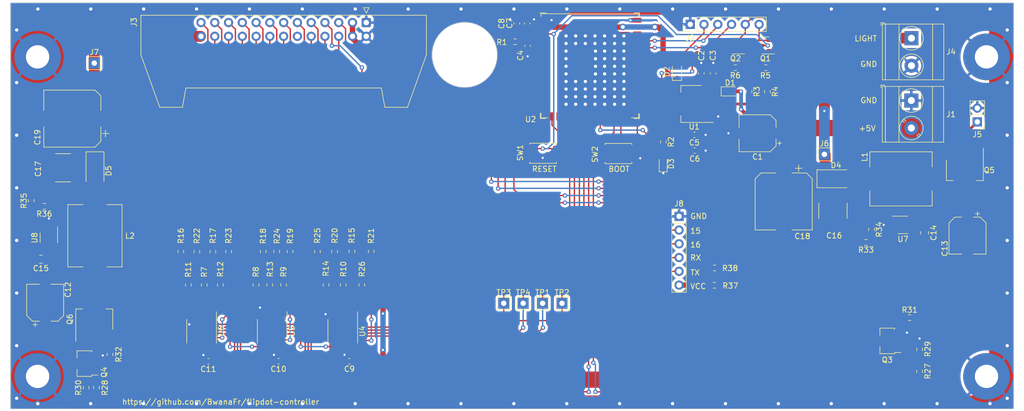
<source format=kicad_pcb>
(kicad_pcb (version 20221018) (generator pcbnew)
  (layers (0 "F.Cu" signal) (31 "B.Cu" signal) (34 "B.Paste" user) (35 "F.Paste" user) (36 "B.SilkS" user "B.Silkscreen") (37 "F.SilkS" user "F.Silkscreen") (38 "B.Mask" user) (39 "F.Mask" user) (44 "Edge.Cuts" user))
  (net 0 "")
  (net 1 "GND")
  (net 2 "+5V")
  (net 3 "Vdrive")
  (net 4 "/BACKLIGHT_ON")
  (net 5 "Net-(D4-A)")
  (net 6 "/Outputs/P5")
  (net 18 "/ESP32/CHIP_PU")
  (net 19 "+5VP")
  (net 20 "+3V3")
  (net 21 "/ESP32/U0TXD")
  (net 22 "/ESP32/U0RXD")
  (net 23 "/ESP32/DTR")
  (net 24 "/ESP32/RTS")
  (net 25 "Net-(Q2-B)")
  (net 26 "Net-(Q3-B)")
  (net 27 "/ESP32/GPIO0")
  (net 28 "/Outputs/P3")
  (net 29 "/Outputs/B~{W}")
  (net 30 "/Outputs/C1")
  (net 31 "/Outputs/R3")
  (net 32 "/Outputs/R5")
  (net 33 "/Outputs/P1")
  (net 34 "/Outputs/C3")
  (net 35 "/Outputs/P6")
  (net 36 "/Outputs/R2")
  (net 37 "/Outputs/P4")
  (net 38 "/Outputs/P2")
  (net 39 "/Outputs/C4")
  (net 40 "/Outputs/C0")
  (net 41 "/Outputs/R4")
  (net 42 "/Outputs/R0")
  (net 43 "/Outputs/R6")
  (net 44 "/Outputs/P0")
  (net 45 "/Outputs/C2")
  (net 46 "Net-(U2-GPIO14{slash}TOUCH14{slash}ADC2_CH3{slash}FSPIWP{slash}FSPIDQS{slash}SUBSPIWP)")
  (net 47 "/Outputs/R1")
  (net 48 "/Outputs/~{SRCLR}")
  (net 49 "/Outputs/SRCLK")
  (net 50 "/Outputs/RCLK")
  (net 51 "/Outputs/SER")
  (net 55 "/ESP32/GPIO16")
  (net 56 "/ESP32/GPIO15")
  (net 57 "/ESP32/U1RXD")
  (net 58 "/ESP32/U1TXD")
  (net 62 "unconnected-(U2-GPIO2{slash}TOUCH2{slash}ADC1_CH1-Pad38)")
  (net 68 "/DC-DC Step-up/+5V_BL")
  (net 69 "Net-(D5-A)")
  (net 70 "Net-(Q4-B)")
  (net 71 "/COILS_EN")
  (net 72 "Net-(U7-FB)")
  (net 74 "Net-(Q6-D)")
  (net 75 "Net-(D4-K)")
  (net 76 "Net-(D2-A)")
  (net 77 "Net-(D3-A)")
  (net 78 "Net-(J3-Pin_5)")
  (net 79 "Net-(J3-Pin_6)")
  (net 80 "Net-(J3-Pin_7)")
  (net 81 "Net-(J3-Pin_8)")
  (net 82 "Net-(J3-Pin_9)")
  (net 83 "Net-(J3-Pin_10)")
  (net 84 "Net-(J3-Pin_11)")
  (net 86 "Net-(J3-Pin_13)")
  (net 87 "Net-(J3-Pin_14)")
  (net 88 "Net-(J3-Pin_15)")
  (net 89 "Net-(J3-Pin_16)")
  (net 90 "Net-(J3-Pin_17)")
  (net 91 "Net-(J3-Pin_18)")
  (net 92 "Net-(J3-Pin_19)")
  (net 93 "Net-(J3-Pin_20)")
  (net 94 "Net-(J3-Pin_21)")
  (net 95 "Net-(J3-Pin_22)")
  (net 96 "Net-(J3-Pin_23)")
  (net 97 "Net-(J3-Pin_24)")
  (net 98 "Net-(J3-Pin_25)")
  (net 99 "Net-(Q1-B)")
  (net 100 "Net-(U4-QH')")
  (net 102 "Net-(U8-FB)")
  (net 104 "Net-(U5-QH')")
  (net 108 "Net-(J8-Pin_6)")
  (net 109 "Net-(Q3-C)")
  (net 110 "Net-(Q4-C)")
  (footprint "MountingHole:MountingHole_4.3mm_M4_Pad" (layer "F.Cu") (at 230 119)
    (fp_text reference "H4" hide)
    (fp_text value "MountingHole_Pad")
  )
  (footprint "Capacitor_SMD:C_0603_1608Metric" (layer "F.Cu") (at 145.36 57.945 -90)
    (fp_text reference "C4")
    (fp_text value "1uF")
  )
  (footprint "Capacitor_SMD:C_2220_5750Metric" (layer "F.Cu") (at 59.69 80.48 180)
    (fp_text reference "C17")
    (fp_text value "22uF")
  )
  (footprint "Resistor_SMD:R_0603_1608Metric" (layer "F.Cu") (at 97.8 102.105 90)
    (fp_text reference "R13")
    (fp_text value "100")
  )
  (footprint "TestPoint:TestPoint_THTPad_2.0x2.0mm_Drill1.0mm" (layer "F.Cu") (at 144.55 105.5)
    (fp_text reference "TP4")
    (fp_text value "TestPoint")
  )
  (footprint "Package_TO_SOT_SMD:SOT-223" (layer "F.Cu") (at 175.55 68.7 180)
    (fp_text reference "U1")
    (fp_text value "LM1117MP-3.3")
  )
  (footprint "Capacitor_SMD:C_0603_1608Metric" (layer "F.Cu") (at 177.4 63.0625 90)
    (fp_text reference "C2")
    (fp_text value "10uF")
  )
  (footprint "Connector_PinHeader_2.54mm:PinHeader_1x02_P2.54mm_Vertical" (layer "F.Cu") (at 228.3 72 180)
    (fp_text reference "J5")
    (fp_text value "BL_CMD")
  )
  (footprint "Capacitor_SMD:C_0805_2012Metric" (layer "F.Cu") (at 55.61 97.37 180)
    (fp_text reference "C15")
    (fp_text value "22uF")
  )
  (footprint "Resistor_SMD:R_0603_1608Metric" (layer "F.Cu") (at 179.84 98.97 180)
    (fp_text reference "R38")
    (fp_text value "0")
  )
  (footprint "Diode_SMD:D_SMA" (layer "F.Cu") (at 65.59 81.04 -90)
    (fp_text reference "D5")
    (fp_text value "SS34")
  )
  (footprint "MountingHole:MountingHole_4.3mm_M4_Pad" (layer "F.Cu") (at 230 60)
    (fp_text reference "H3" hide)
    (fp_text value "MountingHole_Pad")
  )
  (footprint "Resistor_SMD:R_0603_1608Metric" (layer "F.Cu") (at 143.065 57.19)
    (fp_text reference "R1")
    (fp_text value "10k")
  )
  (footprint "Package_SO:TSSOP-16_4.4x5mm_P0.65mm" (layer "F.Cu") (at 85.245 110.6625 -90)
    (fp_text reference "U6")
    (fp_text value "74HCT595")
  )
  (footprint "Capacitor_SMD:C_0603_1608Metric" (layer "F.Cu") (at 145.3 53.8375 90)
    (fp_text reference "C7")
    (fp_text value "100nF")
  )
  (footprint "Resistor_SMD:R_0603_1608Metric" (layer "F.Cu") (at 170.4 75.705 -90)
    (fp_text reference "R2")
    (fp_text value "2k")
  )
  (footprint "Capacitor_SMD:C_0603_1608Metric" (layer "F.Cu") (at 112.505 116.205 180)
    (fp_text reference "C9")
    (fp_text value "100nF")
  )
  (footprint "TestPoint:TestPoint_THTPad_2.0x2.0mm_Drill1.0mm" (layer "F.Cu") (at 148.133333 105.5)
    (fp_text reference "TP1")
    (fp_text value "TestPoint")
  )
  (footprint "Resistor_SMD:R_0603_1608Metric" (layer "F.Cu") (at 53.84 86.555 -90)
    (fp_text reference "R35")
    (fp_text value "78.7k")
  )
  (footprint "Package_SO:TSSOP-16_4.4x5mm_P0.65mm" (layer "F.Cu") (at 111.28 110.6625 -90)
    (fp_text reference "U4")
    (fp_text value "74HCT595")
  )
  (footprint "Library:YSPI1050-220M" (layer "F.Cu") (at 65.57 93.03 90)
    (fp_text reference "L2")
    (fp_text value "22uH")
  )
  (footprint "Connector_PinHeader_2.54mm:PinHeader_1x06_P2.54mm_Vertical" (layer "F.Cu") (at 175.36 54 90)
    (fp_text reference "J2")
    (fp_text value "FTDI")
  )
  (footprint "Resistor_SMD:R_0603_1608Metric" (layer "F.Cu") (at 217.66 118.075 90)
    (fp_text reference "R27")
    (fp_text value "330")
  )
  (footprint "Resistor_SMD:R_0603_1608Metric" (layer "F.Cu") (at 189.6 66.4125 -90)
    (fp_text reference "R4")
    (fp_text value "10k")
  )
  (footprint "Resistor_SMD:R_0603_1608Metric" (layer "F.Cu") (at 95.28 102.12 90)
    (fp_text reference "R8")
    (fp_text value "100")
  )
  (footprint "Capacitor_SMD:C_0805_2012Metric" (layer "F.Cu") (at 218.57 92.49 -90)
    (fp_text reference "C14")
    (fp_text value "22uF")
  )
  (footprint "Capacitor_SMD:C_0603_1608Metric" (layer "F.Cu") (at 143.4 53.8375 90)
    (fp_text reference "C8")
    (fp_text value "10uF")
  )
  (footprint "Resistor_SMD:R_0603_1608Metric" (layer "F.Cu") (at 96.595 95.935 -90)
    (fp_text reference "R18")
    (fp_text value "100")
  )
  (footprint "Capacitor_SMD:C_0603_1608Metric" (layer "F.Cu") (at 86.495 116.225 180)
    (fp_text reference "C11")
    (fp_text value "100nF")
  )
  (footprint "Resistor_SMD:R_0603_1608Metric" (layer "F.Cu") (at 100.36 102.105 90)
    (fp_text reference "R9")
    (fp_text value "100")
  )
  (footprint "Capacitor_SMD:C_0603_1608Metric" (layer "F.Cu") (at 176.1375 74.4)
    (fp_text reference "C5")
    (fp_text value "100nF")
  )
  (footprint "Resistor_SMD:R_0603_1608Metric" (layer "F.Cu") (at 106.605 95.965 -90)
    (fp_text reference "R25")
    (fp_text value "100")
  )
  (footprint "Resistor_SMD:R_0603_1608Metric" (layer "F.Cu") (at 82.8 102.125 90)
    (fp_text reference "R11")
    (fp_text value "100")
  )
  (footprint "TerminalBlock_Phoenix:TerminalBlock_Phoenix_MKDS-3-2-5.08_1x02_P5.08mm_Horizontal" (layer "F.Cu") (at 216.14 68.06 -90)
    (fp_text reference "J1")
    (fp_text value "Power in")
  )
  (footprint "Connector_IDC:IDC-Header_2x13_P2.54mm_Latch_Horizontal" (layer "F.Cu") (at 115.615 53.665 -90)
    (fp_text reference "J3")
    (fp_text value "Mobitec display")
  )
  (footprint "Diode_SMD:D_SOD-323" (layer "F.Cu") (at 182.675 66.375)
    (fp_text reference "D1")
    (fp_text value "1N5819WS")
  )
  (footprint "MountingHole:MountingHole_4.3mm_M4_Pad" (layer "F.Cu") (at 55 60)
    (fp_text reference "H2" hide)
    (fp_text value "MountingHole_Pad")
  )
  (footprint "Resistor_SMD:R_0603_1608Metric" (layer "F.Cu") (at 101.555 95.935 -90)
    (fp_text reference "R19")
    (fp_text value "100")
  )
  (footprint "PCM_Espressif:ESP32-S3-WROOM-1U" (layer "F.Cu") (at 156.85 61.49)
    (fp_text reference "U2")
    (fp_text value "ESP32-S3-WROOM-1U-N16R8")
  )
  (footprint "Capacitor_SMD:CP_Elec_6.3x7.7" (layer "F.Cu") (at 56.4 105.4 90)
    (fp_text reference "C12")
    (fp_text value "220uF")
  )
  (footprint "Resistor_SMD:R_0603_1608Metric" (layer "F.Cu") (at 116.52 95.915 -90)
    (fp_text reference "R21")
    (fp_text value "100")
  )
  (footprint "Resistor_SMD:R_0603_1608Metric" (layer "F.Cu") (at 68.35 114.95 -90)
    (fp_text reference "R32")
    (fp_text value "4.7k")
  )
  (footprint "Capacitor_SMD:CP_Elec_6.3x7.7" (layer "F.Cu") (at 226.5 93 -90)
    (fp_text reference "C13")
    (fp_text value "220uF")
  )
  (footprint "Resistor_SMD:R_0603_1608Metric" (layer "F.Cu") (at 65.85 121.075 90)
    (fp_text reference "R28")
    (fp_text value "330")
  )
  (footprint "Resistor_SMD:R_0603_1608Metric" (layer "F.Cu") (at 109.77 95.93 -90)
    (fp_text reference "R20")
    (fp_text value "100")
  )
  (footprint "Diode_SMD:D_SMA" (layer "F.Cu") (at 202.24 82.51)
    (fp_text reference "D4")
    (fp_text value "SS34")
  )
  (footprint "Resistor_SMD:R_0603_1608Metric" (layer "F.Cu") (at 87.325 95.975 -90)
    (fp_text reference "R17")
    (fp_text value "100")
  )
  (footprint "Resistor_SMD:R_0603_1608Metric" (layer "F.Cu") (at 208.8 91.86 90)
    (fp_text reference "R34")
    (fp_text value "2.2k")
  )
  (footprint "Capacitor_SMD:C_0603_1608Metric" (layer "F.Cu") (at 99.425 116.2075 180)
    (fp_text reference "C10")
    (fp_text value "100nF")
  )
  (footprint "Resistor_SMD:R_0603_1608Metric" (layer "F.Cu") (at 112.97 95.92 90)
    (fp_text reference "R15")
    (fp_text value "100")
  )
  (footprint "Resistor_SMD:R_0603_1608Metric" (layer "F.Cu") (at 84.375 95.965 -90)
    (fp_text reference "R22")
    (fp_text value "100")
  )
  (footprint "Package_TO_SOT_SMD:SOT-223-3_TabPin2" (layer "F.Cu") (at 65.45 108.45 90)
    (fp_text reference "Q6")
    (fp_text value "ZXMP4A16G")
  )
  (footprint "TestPoint:TestPoint_THTPad_2.0x2.0mm_Drill1.0mm" (layer "F.Cu") (at 200.1 78)
    (fp_text reference "J6")
    (fp_text value "BL_PWR")
  )
  (footprint "Resistor_SMD:R_0603_1608Metric" (layer "F.Cu") (at 56.24 87.6)
    (fp_text reference "R36")
    (fp_text value "2.2k")
  )
  (footprint "Diode_SMD:D_SOD-323" (layer "F.Cu") (at 172.9 62.75 90)
    (fp_text reference "D2")
    (fp_text value "1N5819WS")
  )
  (footprint "Resistor_SMD:R_0603_1608Metric" (layer "F.Cu") (at 111.36 102.1 90)
    (fp_text reference "R10")
    (fp_text value "100")
  )
  (footprint "Resistor_SMD:R_0603_1608Metric" (layer "F.Cu") (at 99.105 95.935 -90)
    (fp_text reference "R24")
    (fp_text value "100")
  )
  (footprint "Resistor_SMD:R_0603_1608Metric" (layer "F.Cu") (at 179.815 102.17 180)
    (fp_text reference "R37")
    (fp_text value "0")
  )
  (footprint "Package_TO_SOT_SMD:SOT-23" (layer "F.Cu") (at 183.7125 57.9 180)
    (fp_text reference "Q2")
    (fp_text value "BC817")
  )
  (footprint "Capacitor_SMD:C_0603_1608Metric" (layer "F.Cu") (at 176.1625 77.3)
    (fp_text reference "C6")
    (fp_text value "10uF")
  )
  (footprint "Capacitor_SMD:CP_Elec_10x10" (layer "F.Cu") (at 61.4 71.4 180)
    (fp_text reference "C19")
    (fp_text value "220uF")
  )
  (footprint "Capacitor_SMD:C_2220_5750Metric" (layer "F.Cu") (at 201.68 88.41 -90)
    (fp_text reference "C16")
    (fp_text value "22uF")
  )
  (footprint "Resistor_SMD:R_0603_1608Metric" (layer "F.Cu") (at 63.95 121.075 90)
    (fp_text reference locked "R30")
    (fp_text value "4.7k")
  )
  (footprint "Capacitor_SMD:CP_Elec_10x10" (layer "F.Cu") (at 192.6 86.7 -90)
    (fp_text reference "C18")
    (fp_text value "220uF")
  )
  (footprint "Button_Switch_SMD:SW_SPST_EVQP2" (layer "F.Cu") (at 148.225 77.8 180)
    (fp_text reference "SW1")
    (fp_text value "Reset")
  )
  (footprint "TestPoint:TestPoint_THTPad_2.0x2.0mm_Drill1.0mm" (layer "F.Cu") (at 140.966667 105.5)
    (fp_text reference "TP3")
    (fp_text value "TestPoint")
  )
  (footprint "Package_TO_SOT_SMD:SOT-89-3" (layer "F.Cu") (at 211.7 112.45 180)
    (fp_text reference "Q3")
    (fp_text value "2N3904")
  )
  (footprint "Connector_PinHeader_2.54mm:PinHeader_1x06_P2.54mm_Vertical" (layer "F.Cu") (at 173.3 89.44)
    (fp_text reference "J8")
    (fp_text value "Aux_conn")
  )
  (footprint "Resistor_SMD:R_0603_1608Metric" (layer "F.Cu") (at 215.825 108.15)
    (fp_text reference "R31")
    (fp_text value "4.7k")
  )
  (footprint "Package_TO_SOT_SMD:SOT-223-3_TabPin2" (layer "F.Cu") (at 226 80.93 -90)
    (fp_text reference "Q5")
    (fp_text value "ZXMP4A16G")
  )
  (footprint "Capacitor_SMD:C_0603_1608Metric" (layer "F.Cu") (at 179.6 63.0625 90)
    (fp_text reference "C3")
    (fp_text value "100nF")
  )
  (footprint "Button_Switch_SMD:SW_SPST_EVQP2" (layer "F.Cu") (at 162.125 77.85 180)
    (fp_text reference "SW2")
    (fp_text value "Boot")
  )
  (footprint "Resistor_SMD:R_0603_1608Metric" (layer "F.Cu") (at 114.79 102.1 -90)
    (fp_text reference "R26")
    (fp_text value "100")
  )
  (footprint "Package_TO_SOT_SMD:SOT-23-6_Handsoldering" (layer "F.Cu") (at 214.6075 91.02)
    (fp_text reference "U7")
    (fp_text value "MT3608")
  )
  (footprint "Resistor_SMD:R_0603_1608Metric" (layer "F.Cu") (at 108.2 102.1 90)
    (fp_text reference "R14")
    (fp_text value "100")
  )
  (footprint "Resistor_SMD:R_0603_1608Metric" (layer "F.Cu") (at 90.225 95.965 -90)
    (fp_text reference "R23")
    (fp_text value "100")
  )
  (footprint "Resistor_SMD:R_0603_1608Metric" (layer "F.Cu") (at 189.2875 62)
    (fp_text reference "R5")
    (fp_text value "10k")
  )
  (footprint "TestPoint:TestPoint_THTPad_2.0x2.0mm_Drill1.0mm" (layer "F.Cu") (at 65.45 61.15)
    (fp_text reference "J7")
    (fp_text value "COIL_PWR")
  )
  (footprint "Resistor_SMD:R_0603_1608Metric" (layer "F.Cu") (at 186.2 66.4125 -90)
    (fp_text reference "R3")
    (fp_text value "10k")
  )
  (footprint "Resistor_SMD:R_0603_1608Metric" (layer "F.Cu") (at 207.755 94.26)
    (fp_text reference "R33")
    (fp_text value "75k")
  )
  (footprint "LED_SMD:LED_0603_1608Metric" (layer "F.Cu") (at 170.375 79.7425 90)
    (fp_text reference "D3")
    (fp_text value "LED")
  )
  (footprint "Resistor_SMD:R_0603_1608Metric" (layer "F.Cu") (at 81.415 95.955 -90)
    (fp_text reference "R16")
    (fp_text value "100")
  )
  (footprint "TestPoint:TestPoint_THTPad_2.0x2.0mm_Drill1.0mm" (layer "F.Cu") (at 151.716667 105.5)
    (fp_text reference "TP2")
    (fp_text value "TestPoint")
  )
  (footprint "Package_SO:TSSOP-16_4.4x5mm_P0.65mm" (layer "F.Cu") (at 98.2625 110.6625 -90)
    (fp_text reference "U5")
    (fp_text value "74HCT595")
  )
  (footprint "Package_TO_SOT_SMD:SOT-89-3" (layer "F.Cu") (at 63.63 116.63 180)
    (fp_text reference "Q4")
    (fp_text value "2N3904")
  )
  (footprint "Resistor_SMD:R_0603_1608Metric" (layer "F.Cu") (at 217.66 114.015 90)
    (fp_text reference "R29")
    (fp_text value "4.7k")
  )
  (footprint "Package_TO_SOT_SMD:SOT-23-6_Handsoldering" (layer "F.Cu") (at 57.08 93.4075 -90)
    (fp_text reference "U8")
    (fp_text value "MT3608")
  )
  (footprint "Resistor_SMD:R_0603_1608Metric" (layer "F.Cu") (at 88.7 102.125 90)
    (fp_text reference "R12")
    (fp_text value "100")
  )
  (footprint "Resistor_SMD:R_0603_1608Metric" (layer "F.Cu") (at 183.675 62 180)
    (fp_text reference "R6")
    (fp_text value "10k")
  )
  (footprint "TerminalBlock_Phoenix:TerminalBlock_Phoenix_MKDS-3-2-5.08_1x02_P5.08mm_Horizontal" (layer "F.Cu") (at 216.16 56.55 -90)
    (fp_text reference "J4")
    (fp_text value "BackLight")
  )
  (footprint "Resistor_SMD:R_0603_1608Metric" (layer "F.Cu") (at 85.725 102.125 90)
    (fp_text reference "R7")
    (fp_text value "100")
  )
  (footprint "Library:YSPI1050-220M" (layer "F.Cu") (at 214.23 82.53 180)
    (fp_text reference "L1")
    (fp_text value "22uH")
  )
  (footprint "Package_TO_SOT_SMD:SOT-23" (layer "F.Cu") (at 189.2375 57.9 180)
    (fp_text reference "Q1")
    (fp_text value "BC817")
  )
  (footprint "Capacitor_SMD:CP_Elec_6.3x7.7" (layer "F.Cu") (at 187.775 74.1 180)
    (fp_text reference "C1")
    (fp_text value "220uF")
  )
  (footprint "MountingHole:MountingHole_4.3mm_M4_Pad" (layer "F.Cu") (at 55 119)
    (fp_text reference "H1" hide)
    (fp_text value "MountingHole_Pad")
  )
  (gr_rect locked (start 50 50) (end 235 125) (stroke (width 0.1)) (fill none) (layer "Edge.Cuts"))
  (gr_circle (center 133.76 59.63) (end 139.76 59.63) (stroke (width 0.1)) (fill none) (layer "Edge.Cuts"))
  (gr_text "16" (at 175.29 95.27) (layer "F.SilkS") (effects (font (size 1 1)) (justify left bottom)))
  (gr_text "RESET" (at 146.1 81.3) (layer "F.SilkS") (effects (font (size 1 1)) (justify left bottom)))
  (gr_text "15" (at 175.29 92.72) (layer "F.SilkS") (effects (font (size 1 1)) (justify left bottom)))
  (gr_text "BOOT" (at 160.2 81.3) (layer "F.SilkS") (effects (font (size 1 1)) (justify left bottom)))
  (gr_text "https://github.com/BwanaFr/flipdot-controller" (at 70.52 124.29) (layer "F.SilkS") (effects (font (size 1 1)) (justify left bottom)))
  (gr_text "GND" (at 175.29 90.01) (layer "F.SilkS") (effects (font (size 1 1)) (justify left bottom)))
  (gr_text "GND" (at 206.675 68.625) (layer "F.SilkS") (effects (font (size 1 1)) (justify left bottom)))
  (gr_text "GND" (at 206.65 61.925) (layer "F.SilkS") (effects (font (size 1 1)) (justify left bottom)))
  (gr_text "LIGHT" (at 205.575 57.2) (layer "F.SilkS") (effects (font (size 1 1)) (justify left bottom)))
  (gr_text "+5V" (at 206.4 73.8) (layer "F.SilkS") (effects (font (size 1 1)) (justify left bottom)))
  (gr_text "RX" (at 175.29 97.67) (layer "F.SilkS") (effects (font (size 1 1)) (justify left bottom)))
  (gr_text "VCC" (at 175.29 102.95) (layer "F.SilkS") (effects (font (size 1 1)) (justify left bottom)))
  (gr_text "TX" (at 175.29 100.41) (layer "F.SilkS") (effects (font (size 1 1)) (justify left bottom)))
  (segment (start 214.58 91.02) (end 213.2575 91.02) (width 0.6) (layer "F.Cu") (net 1))
  (segment (start 57.08 93.4) (end 55 93.4) (width 0.6) (layer "F.Cu") (net 1))
  (segment (start 211.025 91.035) (end 211.04 91.02) (width 0.5) (layer "F.Cu") (net 1))
  (segment (start 178.7 71) (end 180.225 71) (width 0.8) (layer "F.Cu") (net 1))
  (segment (start 179.6 62.2875) (end 179.6 61.14) (width 0.5) (layer "F.Cu") (net 1))
  (segment (start 177.4 62.2875) (end 177.4 61.13) (width 0.5) (layer "F.Cu") (net 1))
  (segment (start 226.5 95.7) (end 221.5 95.7) (width 2) (layer "F.Cu") (net 1))
  (segment (start 185.075 74.1) (end 182.41 74.1) (width 0.8) (layer "F.Cu") (net 1))
  (segment (start 213.65 110.95) (end 215.29 110.95) (width 0.5) (layer "F.Cu") (net 1))
  (segment (start 57.14 87.555) (end 57.14 80.48) (width 1.2) (layer "F.Cu") (net 1))
  (segment (start 146.4 53.1) (end 145.3375 53.1) (width 0.5) (layer "F.Cu") (net 1))
  (segment (start 57.065 89.825) (end 57.08 89.84) (width 0.5) (layer "F.Cu") (net 1))
  (segment (start 208.8 91.035) (end 211.025 91.035) (width 1.2) (layer "F.Cu") (net 1))
  (segment (start 145.65 78.65) (end 150.8 78.65) (width 0.5) (layer "F.Cu") (net 1))
  (segment (start 85.57 115.775) (end 85.745 115.95) (width 0.25) (layer "F.Cu") (net 1))
  (segment (start 170.375 81.455) (end 170.4 81.48) (width 0.5) (layer "F.Cu") (net 1))
  (segment (start 220.83 95.7) (end 218.57 93.44) (width 2) (layer "F.Cu") (net 1))
  (segment (start 164.7 78.7) (end 166.12 78.7) (width 0.5) (layer "F.Cu") (net 1))
  (segment (start 166.12 78.7) (end 166.14 78.72) (width 0.5) (layer "F.Cu") (net 1))
  (segment (start 170.375 80.53) (end 170.375 81.455) (width 0.5) (layer "F.Cu") (net 1))
  (segment (start 82.97 107.825) (end 82.97 109.4) (width 0.3) (layer "F.Cu") (net 1))
  (segment locked (start 56.25 120.25) (end 55 119) (width 0.5) (layer "F.Cu") (net 1))
  (segment (start 217.66 113.19) (end 217.66 112.01) (width 0.5) (layer "F.Cu") (net 1))
  (segment (start 145.3375 53.1) (end 145.3 53.0625) (width 0.5) (layer "F.Cu") (net 1))
  (segment (start 165.6 53.23) (end 164.33 53.23) (width 0.8) (layer "F.Cu") (net 1))
  (segment (start 111.605 113.2175) (end 111.605 116.08) (width 0.4) (layer "F.Cu") (net 1))
  (segment (start 57.14 80.48) (end 57.14 71.66) (width 2) (layer "F.Cu") (net 1))
  (segment (start 176.9125 77.275) (end 176.9375 77.3) (width 0.5) (layer "F.Cu") (net 1))
  (segment (start 208.815 91.02) (end 208.8 91.035) (width 0.5) (layer "F.Cu") (net 1))
  (segment (start 215.29 110.95) (end 215.32 110.92) (width 0.5) (layer "F.Cu") (net 1))
  (segment (start 57.08 92.0575) (end 57.08 89.84) (width 0.6) (layer "F.Cu") (net 1))
  (segment (start 221.5 95.7) (end 220.83 95.7) (width 2) (layer "F.Cu") (net 1))
  (segment (start 214.6 93.1) (end 214.94 93.44) (width 0.6) (layer "F.Cu") (net 1))
  (segment (start 98.5875 113.525) (end 98.5875 116.145) (width 0.4) (layer "F.Cu") (net 1))
  (segment (start 54.75 97.46) (end 54.66 97.37) (width 1.5) (layer "F.Cu") (net 1))
  (segment (start 108.1 107.5) (end 108.9975 107.5) (width 0.3) (layer "F.Cu") (net 1))
  (segment (start 179.6 61.14) (end 179.62 61.12) (width 0.5) (layer "F.Cu") (net 1))
  (segment (start 95.9875 106.312496) (end 96 106.299996) (width 0.3) (layer "F.Cu") (net 1))
  (segment (start 159.55 78.7) (end 164.7 78.7) (width 0.5) (layer "F.Cu") (net 1))
  (segment (start 208.755 90.96) (end 201.68 90.96) (width 1.2) (layer "F.Cu") (net 1))
  (segment (start 213.2575 91.02) (end 211.04 91.02) (width 0.6) (layer "F.Cu") (net 1))
  (segment (start 201.68 90.96) (end 192.86 90.96) (width 2) (layer "F.Cu") (net 1))
  (segment (start 56.05 102.35) (end 56.4 102.7) (width 1.5) (layer "F.Cu") (net 1))
  (segment (start 54.75 102.35) (end 54.75 97.46) (width 1.5) (layer "F.Cu") (net 1))
  (segment (start 148.1 53.23) (end 149.77 53.23) (width 0.5) (layer "F.Cu") (net 1))
  (segment (start 63.95 120.25) (end 56.25 120.25) (width 0.5) (layer "F.Cu") (net 1))
  (segment (start 98.5875 116.145) (end 98.65 116.2075) (width 0.25) (layer "F.Cu") (net 1))
  (segment (start 176.9375 77.3) (end 178.2 77.3) (width 0.5) (layer "F.Cu") (net 1))
  (segment (start 214.94 93.44) (end 218.57 93.44) (width 0.6) (layer "F.Cu") (net 1))
  (segment (start 95.9875 107.8) (end 95.9875 106.312496) (width 0.3) (layer "F.Cu") (net 1))
  (segment (start 149.77 53.23) (end 149.79 53.21) (width 0.5) (layer "F.Cu") (net 1))
  (segment (start 176.96875 74.4) (end 178.23125 74.4) (width 0.5) (layer "F.Cu") (net 1))
  (segment (start 57.08 87.615) (end 57.065 87.6) (width 0.5) (layer "F.Cu") (net 1))
  (segment (start 145.36 58.72) (end 145.36 59.89) (width 0.5) (layer "F.Cu") (net 1))
  (segment (start 57.14 71.66) (end 57.4 71.4) (width 2) (layer "F.Cu") (net 1))
  (segment (start 65.58 115.13) (end 67.02 115.13) (width 0.5) (layer "F.Cu") (net 1))
  (segment (start 108.9975 107.5) (end 109.005 107.4925) (width 0.3) (layer "F.Cu") (net 1))
  (segment (start 85.57 113.55) (end 85.57 115.775) (width 0.4) (layer "F.Cu") (net 1))
  (segment (start 111.605 116.08) (end 111.73 116.205) (width 0.25) (layer "F.Cu") (net 1))
  (segment (start 55 93.4) (end 54.66 93.74) (width 0.6) (layer "F.Cu") (net 1))
  (segment (start 57.065 87.6) (end 57.065 89.825) (width 1.2) (layer "F.Cu") (net 1))
  (segment (start 208.815 91.02) (end 208.755 90.96) (width 0.5) (layer "F.Cu") (net 1))
  (segment (start 57.08 93.38) (end 57.08 92.0575) (width 0.6) (layer "F.Cu") (net 1))
  (segment (start 192.86 90.96) (end 192.6 90.7) (width 2) (layer "F.Cu") (net 1))
  (segment (start 54.66 93.74) (end 54.66 97.37) (width 0.6) (layer "F.Cu") (net 1))
  (segment (start 142.1725 53.0625) (end 142.16 53.05) (width 0.5) (layer "F.Cu") (net 1))
  (segment (start 54.75 102.35) (end 56.05 102.35) (width 1.5) (layer "F.Cu") (net 1))
  (segment (start 177.4 61.13) (end 177.39 61.12) (width 0.5) (layer "F.Cu") (net 1))
  (segment (start 57.08 87.615) (end 57.14 87.555) (width 0.5) (layer "F.Cu") (net 1))
  (segment (start 143.4 53.0625) (end 142.1725 53.0625) (width 0.5) (layer "F.Cu") (net 1))
  (segment (start 214.6 91.02) (end 214.6 93.1) (width 0.6) (layer "F.Cu") (net 1))
  (segment (start 145.36 59.89) (end 145.37 59.9) (width 0.5) (layer "F.Cu") (net 1))
  (via (at 161.410748 57.532222) (size 1.2) (drill 0.6) (layers "F.Cu" "B.Cu") (net 1))
  (via (at 161.410748 61.738888) (size 1.2) (drill 0.6) (layers "F.Cu" "B.Cu") (net 1))
  (via (at 233.82 113.327142) (size 1.2) (drill 0.6) (layers "F.Cu" "B.Cu") (net 1))
  (via (at 157.79225 56.13) (size 1.2) (drill 0.6) (layers "F.Cu" "B.Cu") (net 1))
  (via (at 142.851112 51.16) (size 1.2) (drill 0.6) (layers "F.Cu" "B.Cu") (net 1))
  (via (at 159.571499 61.738888) (size 1.2) (drill 0.6) (layers "F.Cu" "B.Cu") (net 1))
  (via (at 152.454503 65.945554) (size 1.2) (drill 0.6) (layers "F.Cu" "B.Cu") (net 1))
  (via (at 113.567223 124.03) (size 1.2) (drill 0.6) (layers "F.Cu" "B.Cu") (net 1))
  (via (at 157.79225 64.543332) (size 1.2) (drill 0.6) (layers "F.Cu" "B.Cu") (net 1))
  (via (at 161.410748 68.75) (size 1.2) (drill 0.6) (layers "F.Cu" "B.Cu") (net 1))
  (via (at 177.39 61.12) (size 0.8) (drill 0.4) (layers "F.Cu" "B.Cu") (net 1))
  (via (at 51.14 84.18) (size 1.2) (drill 0.6) (layers "F.Cu" "B.Cu") (net 1))
  (via (at 94.070557 51.16) (size 1.2) (drill 0.6) (layers "F.Cu" "B.Cu") (net 1))
  (via (at 152.454503 61.738888) (size 1.2) (drill 0.6) (layers "F.Cu" "B.Cu") (net 1))
  (via (at 191.631667 51.16) (size 1.2) (drill 0.6) (layers "F.Cu" "B.Cu") (net 1))
  (via (at 159.571499 60.336666) (size 1.2) (drill 0.6) (layers "F.Cu" "B.Cu") (net 1))
  (via (at 156.013001 67.347776) (size 1.2) (drill 0.6) (layers "F.Cu" "B.Cu") (net 1))
  (via (at 152.454503 64.543332) (size 1.2) (drill 0.6) (layers "F.Cu" "B.Cu") (net 1))
  (via (at 233.82 93.895714) (size 1.2) (drill 0.6) (layers "F.Cu" "B.Cu") (net 1))
  (via (at 211.128333 124.03) (size 1.2) (drill 0.6) (layers "F.Cu" "B.Cu") (net 1))
  (via (at 191.616111 124.03) (size 1.2) (drill 0.6) (layers "F.Cu" "B.Cu") (net 1))
  (via (at 163.13 68.75) (size 1.2) (drill 0.6) (layers "F.Cu" "B.Cu") (net 1))
  (via (at 154.233752 64.543332) (size 1.2) (drill 0.6) (layers "F.Cu" "B.Cu") (net 1))
  (via (at 111.605 115.01) (size 0.8) (drill 0.4) (layers "F.Cu" "B.Cu") (net 1))
  (via (at 233.82 55.032858) (size 1.2) (drill 0.6) (layers "F.Cu" "B.Cu") (net 1))
  (via (at 152.607223 51.16) (size 1.2) (drill 0.6) (layers "F.Cu" "B.Cu") (net 1))
  (via (at 74.558335 51.16) (size 1.2) (drill 0.6) (layers "F.Cu" "B.Cu") (net 1))
  (via (at 142.16 53.05) (size 0.8) (drill 0.4) (layers "F.Cu" "B.Cu") (net 1))
  (via (at 94.055001 124.03) (size 1.2) (drill 0.6) (layers "F.Cu" "B.Cu") (net 1))
  (via (at 98.5875 115.03) (size 0.8) (drill 0.4) (layers "F.Cu" "B.Cu") (net 1))
  (via (at 163.13 56.13) (size 1.2) (drill 0.6) (layers "F.Cu" "B.Cu") (net 1))
  (via (at 156.013001 64.543332) (size 1.2) (drill 0.6) (layers "F.Cu" "B.Cu") (net 1))
  (via (at 145.37 59.9) (size 0.8) (drill 0.4) (layers "F.Cu" "B.Cu") (net 1))
  (via (at 154.233752 68.75) (size 1.2) (drill 0.6) (layers "F.Cu" "B.Cu") (net 1))
  (via (at 220.9 51.16) (size 1.2) (drill 0.6) (layers "F.Cu" "B.Cu") (net 1))
  (via (at 152.454503 60.336666) (size 1.2) (drill 0.6) (layers "F.Cu" "B.Cu") (net 1))
  (via (at 55.046113 51.16) (size 1.2) (drill 0.6) (layers "F.Cu" "B.Cu") (net 1))
  (via (at 162.363334 51.16) (size 1.2) (drill 0.6) (layers "F.Cu" "B.Cu") (net 1))
  (via (at 182.41 74.1) (size 0.8) (drill 0.4) (layers "F.Cu" "B.Cu") (net 1))
  (via (at 211.04 91.02) (size 0.8) (drill 0.4) (layers "F.Cu" "B.Cu") (net 1))
  (via (at 157.89 63.15) (size 1.2) (drill 0.6) (layers "F.Cu" "B.Cu") (net 1))
  (via (at 161.410748 67.347776) (size 1.2) (drill 0.6) (layers "F.Cu" "B.Cu") (net 1))
  (via (at 161.410748 65.945554) (size 1.2) (drill 0.6) (layers "F.Cu" "B.Cu") (net 1))
  (via (at 159.571499 65.945554) (size 1.2) (drill 0.6) (layers "F.Cu" "B.Cu") (net 1))
  (via (at 51.14 123.042858) (size 1.2) (drill 0.6) (layers "F.Cu" "B.Cu") (net 1))
  (via (at 64.786668 124.03) (size 1.2) (drill 0.6) (layers "F.Cu" "B.Cu") (net 1))
  (via (at 51.14 93.895714) (size 1.2) (drill 0.6) (layers "F.Cu" "B.Cu") (net 1))
  (via (at 64.802224 51.16) (size 1.2) (drill 0.6) (layers "F.Cu" "B.Cu") (net 1))
  (via (at 215.32 110.92) (size 0.8) (drill 0.4) (layers "F.Cu" "B.Cu") (net 1))
  (via (at 152.591667 124.03) (size 1.2) (drill 0.6) (layers "F.Cu" "B.Cu") (net 1))
  (via (at 164.33 53.23) (size 0.8) (drill 0.4) (layers "F.Cu" "B.Cu") (net 1))
  (via (at 162.347778 124.03) (size 1.2) (drill 0.6) (layers "F.Cu" "B.Cu") (net 1))
  (via (at 108.1 107.5) (size 0.8) (drill 0.4) (layers "F.Cu" "B.Cu") (net 1))
  (via (at 157.79225 68.75) (size 1.2) (drill 0.6) (layers "F.Cu" "B.Cu") (net 1))
  (via (at 152.454503 58.934444) (size 1.2) (drill 0.6) (layers "F.Cu" "B.Cu") (net 1))
  (via (at 172.103889 124.03) (size 1.2) (drill 0.6) (layers "F.Cu" "B.Cu") (net 1))
  (via (at 159.571499 68.75) (size 1.2) (drill 0.6) (layers "F.Cu" "B.Cu") (net 1))
  (via (at 233.82 74.464286) (size 1.2) (drill 0.6) (layers "F.Cu" "B.Cu") (net 1))
  (via (at 233.82 123.042858) (size 1.2) (drill 0.6) (layers "F.Cu" "B.Cu") (net 1))
  (via (at 163.13 61.738888) (size 1.2) (drill 0.6) (layers "F.Cu" "B.Cu") (net 1))
  (via (at 152.454503 63.14111) (size 1.2) (drill 0.6) (layers "F.Cu" "B.Cu") (net 1))
  (via (at 181.86 124.03) (size 1.2) (drill 0.6) (layers "F.Cu" "B.Cu") (net 1))
  (via (at 157.79225 65.945554) (size 1.2) (drill 0.6) (layers "F.Cu" "B.Cu") (net 1))
  (via (at 157.89 60.345556) (size 1.2) (drill 0.6) (layers "F.Cu" "B.Cu") (net 1))
  (via (at 163.13 67.347776) (size 1.2) (drill 0.6) (layers "F.Cu" "B.Cu") (net 1))
  (via (at 146.55 53.08) (size 0.8) (drill 0.4) (layers "F.Cu" "B.Cu") (net 1))
  (via (at 217.66 112.01) (size 0.8) (drill 0.4) (layers "F.Cu" "B.Cu") (net 1))
  (via (at 180.52 71) (size 0.8) (drill 0.4) (layers "F.Cu" "B.Cu") (net 1))
  (via (at 154.233752 65.945554) (size 1.2) (drill 0.6) (layers "F.Cu" "B.Cu") (net 1))
  (via (at 152.454503 67.347776) (size 1.2) (drill 0.6) (layers "F.Cu" "B.Cu") (net 1))
  (via (at 156.013001 56.13) (size 1.2) (drill 0.6) (layers "F.Cu" "B.Cu") (net 1))
  (via (at 230.656113 51.16) (size 1.2) (drill 0.6) (layers "F.Cu" "B.Cu") (net 1))
  (via (at 57.08 89.84) (size 0.8) (drill 0.4) (layers "F.Cu" "B.Cu") (net 1))
  (via (at 149.79 53.21) (size 0.8) (drill 0.4) (layers "F.Cu" "B.Cu") (net 1))
  (via (at 211.143889 51.16) (size 1.2) (drill 0.6) (layers "F.Cu" "B.Cu") (net 1))
  (via (at 154.233752 67.347776) (size 1.2) (drill 0.6) (layers "F.Cu" "B.Cu") (net 1))
  (via (at 152.454503 56.13) (size 1.2) (drill 0.6) (layers "F.Cu" "B.Cu") (net 1))
  (via (at 152.454503 68.75) (size 1.2) (drill 0.6) (layers "F.Cu" "B.Cu") (net 1))
  (via (at 51.14 103.611428) (size 1.2) (drill 0.6) (layers "F.Cu" "B.Cu") (net 1))
  (via (at 103.811112 124.03) (size 1.2) (drill 0.6) (layers "F.Cu" "B.Cu") (net 1))
  (via (at 161.410748 56.13) (size 1.2) (drill 0.6) (layers "F.Cu" "B.Cu") (net 1))
  (via (at 172.119445 51.16) (size 1.2) (drill 0.6) (layers "F.Cu" "B.Cu") (net 1))
  (via (at 157.79225 57.532222) (size 1.2) (drill 0.6) (layers "F.Cu" "B.Cu") (net 1))
  (via (at 152.454503 57.532222) (size 1.2) (drill 0.6) (layers "F.Cu" "B.Cu") (net 1))
  (via (at 161.410748 60.336666) (size 1.2) (drill 0.6) (layers "F.Cu" "B.Cu") (net 1))
  (via (at 103.826668 51.16) (size 1.2) (drill 0.6) (layers "F.Cu" "B.Cu") (net 1))
  (via (at 74.542779 124.03) (size 1.2) (drill 0.6) (layers "F.Cu" "B.Cu") (net 1))
  (via (at 82.97 109.4) (size 0.8) (drill 0.4) (layers "F.Cu" "B.Cu") (net 1))
  (via (at 233.82 64.748572) (size 1.2) (drill 0.6) (layers "F.Cu" "B.Cu") (net 1))
  (via (at 51.14 64.748572) (size 1.2) (drill 0.6) (layers "F.Cu" "B.Cu") (net 1))
  (via (at 166.14 78.72) (size 0.8) (drill 0.4) (layers "F.Cu" "B.Cu") (net 1))
  (via (at 96 106.299996) (size 0.8) (drill 0.4) (layers "F.Cu" "B.Cu") (net 1))
  (via (at 163.13 60.336666) (size 1.2) (drill 0.6) (layers "F.Cu" "B.Cu") (net 1))
  (via (at 133.095001 51.16) (size 1.2) (drill 0.6) (layers "F.Cu" "B.Cu") (net 1))
  (via (at 85.57 115.05) (size 0.8) (drill 0.4) (layers "F.Cu" "B.Cu") (net 1))
  (via (at 51.14 74.464286) (size 1.2) (drill 0.6) (layers "F.Cu" "B.Cu") (net 1))
  (via (at 178.2 77.3) (size 0.8) (drill 0.4) (layers "F.Cu" "B.Cu") (net 1))
  (via (at 148.15 78.65) (size 0.8) (drill 0.4) (layers "F.Cu" "B.Cu") (net 1))
  (via (at 84.314446 51.16) (size 1.2) (drill 0.6) (layers "F.Cu" "B.Cu") (net 1))
  (via (at 163.13 64.543332) (size 1.2) (drill 0.6) (layers "F.Cu" "B.Cu") (net 1))
  (via (at 156.013001 68.75) (size 1.2) (drill 0.6) (layers "F.Cu" "B.Cu") (net 1))
  (via (at 84.29889 124.03) (size 1.2) (drill 0.6) (layers "F.Cu" "B.Cu") (net 1))
  (via (at 201.372222 124.03) (size 1.2) (drill 0.6) (layers "F.Cu" "B.Cu") (net 1))
  (via (at 133.079445 124.03) (size 1.2) (drill 0.6) (layers "F.Cu" "B.Cu") (net 1))
  (via (at 67.02 115.13) (size 0.8) (drill 0.4) (layers "F.Cu" "B.Cu") (net 1))
  (via (at 159.571499 57.532222) (size 1.2) (drill 0.6) (layers "F.Cu" "B.Cu") (net 1))
  (via (at 181.875556 51.16) (size 1.2) (drill 0.6) (layers "F.Cu" "B.Cu") (net 1))
  (via (at 123.323334 124.03) (size 1.2) (drill 0.6) (layers "F.Cu" "B.Cu") (net 1))
  (via (at 51.14 55.032858) (size 1.2) (drill 0.6) (layers "F.Cu" "B.Cu") (net 1))
  (via (at 154.233752 57.532222) (size 1.2) (drill 0.6) (layers "F.Cu" "B.Cu") (net 1))
  (via (at 159.571499 56.13) (size 1.2) (drill 0.6) (layers "F.Cu" "B.Cu") (net 1))
  (via (at 163.13 58.934444) (size 1.2) (drill 0.6) (layers "F.Cu" "B.Cu") (net 1))
  (via (at 123.33889 51.16) (size 1.2) (drill 0.6) (layers "F.Cu" "B.Cu") (net 1))
  (via (at 159.571499 64.543332) (size 1.2) (drill 0.6) (layers "F.Cu" "B.Cu") (net 1))
  (via (at 142.835556 124.03) (size 1.2) (drill 0.6) (layers "F.Cu" "B.Cu") (net 1))
  (via (at 51.14 113.327142) (size 1.2) (drill 0.6) (layers "F.Cu" "B.Cu") (net 1))
  (via (at 159.571499 67.347776) (size 1.2) (drill 0.6) (layers "F.Cu" "B.Cu") (net 1))
  (via (at 161.410748 63.14111) (size 1.2) (drill 0.6) (layers "F.Cu" "B.Cu") (net 1))
  (via (at 230.640557 124.03) (size 1.2) (drill 0.6) (layers "F.Cu" "B.Cu") (net 1))
  (via (at 159.571499 63.14111) (size 1.2) (drill 0.6) (layers "F.Cu" "B.Cu") (net 1))
  (via (at 163.13 63.14111) (size 1.2) (drill 0.6) (layers "F.Cu" "B.Cu") (net 1))
  (via (at 170.4 81.48) (size 0.8) (drill 0.4) (layers "F.Cu" "B.Cu") (net 1))
  (via (at 159.571499 58.934444) (size 1.2) (drill 0.6) (layers "F.Cu" "B.Cu") (net 1))
  (via (at 179.62 61.12) (size 0.8) (drill 0.4) (layers "F.Cu" "B.Cu") (net 1))
  (via (at 233.82 103.611428) (size 1.2) (drill 0.6) (layers "F.Cu" "B.Cu") (net 1))
  (via (at 161.410748 58.934444) (size 1.2) (drill 0.6) (layers "F.Cu" "B.Cu") (net 1))
  (via (at 157.79225 67.347776) (size 1.2) (drill 0.6) (layers "F.Cu" "B.Cu") (net 1))
  (via (at 156.013001 65.945554) (size 1.2) (drill 0.6) (layers "F.Cu" "B.Cu") (net 1))
  (via (at 163.13 65.945554) (size 1.2) (drill 0.6) (layers "F.Cu" "B.Cu") (net 1))
  (via (at 55.030557 124.03) (size 1.2) (drill 0.6) (layers "F.Cu" "B.Cu") (net 1))
  (via (at 163.13 57.532222) (size 1.2) (drill 0.6) (layers "F.Cu" "B.Cu") (net 1))
  (via (at 178.2 74.4) (size 0.8) (drill 0.4) (layers "F.Cu" "B.Cu") (net 1))
  (via (at 157.89 58.943334) (size 1.2) (drill 0.6) (layers "F.Cu" "B.Cu") (net 1))
  (via (at 220.884444 124.03) (size 1.2) (drill 0.6) (layers "F.Cu" "B.Cu") (net 1))
  (via (at 233.82 84.18) (size 1.2) (drill 0.6) (layers "F.Cu" "B.Cu") (net 1))
  (via (at 201.387778 51.16) (size 1.2) (drill 0.6) (layers "F.Cu" "B.Cu") (net 1))
  (via (at 156.013001 57.532222) (size 1.2) (drill 0.6) (layers "F.Cu" "B.Cu") (net 1))
  (via (at 157.89 61.747778) (size 1.2) (drill 0.6) (layers "F.Cu" "B.Cu") (net 1))
  (via (at 113.582779 51.16) (size 1.2) (drill 0.6) (layers "F.Cu" "B.Cu") (net 1))
  (via (at 161.410748 64.543332) (size 1.2) (drill 0.6) (layers "F.Cu" "B.Cu") (net 1))
  (via (at 154.233752 56.13) (size 1.2) (drill 0.6) (layers "F.Cu" "B.Cu") (net 1))
  (segment (start 190.475 74.1) (end 191.435 73.14) (width 3) (layer "F.Cu") (net 2))
  (segment (start 184.74 69.7) (end 187.515 72.475) (width 0.7) (layer "F.Cu") (net 2))
  (segment (start 100.54 115.8675) (end 100.475 115.9325) (width 0.4) (layer "F.Cu") (net 2))
  (segment (start 113.075 56.205) (end 113.075 56.575) (width 1) (layer "F.Cu") (net 2))
  (segment (start 186.4 102) (end 186.4 80.9) (width 3) (layer "F.Cu") (net 2))
  (segment (start 214.85 108) (end 186.4 108) (width 0.5) (layer "F.Cu") (net 2))
  (segment (start 186.23 102.17) (end 186.4 102) (width 0.5) (layer "F.Cu") (net 2))
  (segment (start 87.75 113.78) (end 87.52 113.55) (width 0.4) (layer "F.Cu") (net 2))
  (segment (start 183 119.6) (end 79.9 119.6) (width 3) (layer "F.Cu") (net 2))
  (segment (start 87.27 119.92) (end 87.26 119.93) (width 0.5) (layer "F.Cu") (net 2))
  (segment (start 113.555 113.2175) (end 113.61 113.2725) (width 0.4) (layer "F.Cu") (net 2))
  (segment (start 71.9 111.6) (end 69.2 111.6) (width 3) (layer "F.Cu") (net 2))
  (segment (start 186.4 108) (end 186.4 102) (width 3) (layer "F.Cu") (net 2))
  (segment (start 186.4 116.2) (end 183 119.6) (width 3) (layer "F.Cu") (net 2))
  (segment (start 113.075 56.205) (end 113.075 53.665) (width 1) (layer "F.Cu") (net 2))
  (segment (start 79.9 119.6) (end 71.9 111.6) (width 3) (layer "F.Cu") (net 2))
  (segment (start 186.4 80.9) (end 190.475 76.825) (width 3) (layer "F.Cu") (net 2))
  (segment (start 118.7 114.12626) (end 118.684236 114.110496) (width 1) (layer "F.Cu") (net 2))
  (segment (start 87.27 116.225) (end 87.27 115.995) (width 0.5) (layer "F.Cu") (net 2))
  (segment (start 118.7 119.73) (end 118.7 114.12626) (width 1) (layer "F.Cu") (net 2))
  (segment (start 87.27 116.225) (end 87.27 119.92) (width 0.5) (layer "F.Cu") (net 2))
  (segment (start 68.35 114.125) (end 67.75 113.525) (width 0.5) (layer "F.Cu") (net 2))
  (segment (start 215 108.15) (end 214.85 108) (width 0.5) (layer "F.Cu") (net 2))
  (segment (start 113.075 56.575) (end 118.7 62.2) (width 1) (layer "F.Cu") (net 2))
  (segment (start 190.8 72.475) (end 191.45 73.125) (width 0.5) (layer "F.Cu") (net 2))
  (segment (start 113.61 113.2725) (end 113.61 115.875) (width 0.4) (layer "F.Cu") (net 2))
  (segment (start 113.28 119.78) (end 113.13 119.93) (width 0.25) (layer "F.Cu") (net 2))
  (segment (start 180.64 102.17) (end 186.23 102.17) (width 0.5) (layer "F.Cu") (net 2))
  (segment (start 190.475 76.825) (end 190.475 74.1) (width 3) (layer "F.Cu") (net 2))
  (segment (start 87.75 115.335) (end 87.75 113.78) (width 0.4) (layer "F.Cu") (net 2))
  (segment (start 113.61 115.875) (end 113.555 115.93) (width 0.4) (layer "F.Cu") (net 2))
  (segment (start 113.28 116.205) (end 113.28 119.78) (width 0.5) (layer "F.Cu") (net 2))
  (segment (start 100.54 113.5725) (end 100.54 115.8675) (width 0.4) (layer "F.Cu") (net 2))
  (segment (start 187.515 72.475) (end 190.8 72.475) (width 0.7) (layer "F.Cu") (net 2))
  (segment (start 87.27 115.815) (end 87.75 115.335) (width 0.4) (layer "F.Cu") (net 2))
  (segment (start 118.5 119.93) (end 118.7 119.73) (width 1) (layer "F.Cu") (net 2))
  (segment (start 184.685 66.375) (end 183.725 66.375) (width 0.7) (layer "F.Cu") (net 2))
  (segment (start 113.555 115.93) (end 113.28 116.205) (width 0.25) (layer "F.Cu") (net 2))
  (segment (start 186.4 108) (end 186.4 116.2) (width 3) (layer "F.Cu") (net 2))
  (segment (start 191.435 73.14) (end 216.14 73.14) (width 3) (layer "F.Cu") (net 2))
  (segment (start 100.2 116.2075) (end 100.2 119.8925) (width 0.5) (layer "F.Cu") (net 2))
  (segment (start 67.75 113.525) (end 67.75 111.6) (width 0.5) (layer "F.Cu") (net 2))
  (segment (start 184.71 66.4) (end 184.685 66.375) (width 0.7) (layer "F.Cu") (net 2))
  (segment (start 99.93 119.91) (end 99.91 119.93) (width 0.5) (layer "F.Cu") (net 2))
  (segment (start 118.7 62.2) (end 118.7 107.4) (width 1) (layer "F.Cu") (net 2))
  (via (at 184.74 69.7) (size 0.8) (drill 0.4) (layers "F.Cu" "B.Cu") (net 2))
  (via (at 184.71 66.4) (size 0.8) (drill 0.4) (layers "F.Cu" "B.Cu") (net 2))
  (via (at 118.684236 114.110496) (size 0.8) (drill 0.4) (layers "F.Cu" "B.Cu") (net 2))
  (via (at 118.7 107.4) (size 0.8) (drill 0.4) (layers "F.Cu" "B.Cu") (net 2))
  (segment (start 118.7 107.4) (end 118.7 114.094732) (width 1) (layer "B.Cu") (net 2))
  (segment (start 184.74 69.7) (end 184.74 66.43) (width 0.7) (layer "B.Cu") (net 2))
  (segment (start 184.74 66.43) (end 184.71 66.4) (width 0.7) (layer "B.Cu") (net 2))
  (segment (start 118.7 114.094732) (end 118.684236 114.110496) (width 1) (layer "B.Cu") (net 2))
  (segment (start 65.59 79.04) (end 63.68 79.04) (width 2) (layer "F.Cu") (net 3))
  (segment (start 65.45 58.55) (end 65.45 61.15) (width 2) (layer "F.Cu") (net 3))
  (segment (start 65.45 71.35) (end 65.4 71.4) (width 0.7) (layer "F.Cu") (net 3))
  (segment (start 67.785 56.215) (end 85.03 56.215) (width 2) (layer "F.Cu") (net 3))
  (segment (start 53.84 69.56) (end 54.2 69.2) (width 0.25) (layer "F.Cu") (net 3))
  (segment (start 63.2 69.2) (end 65.4 71.4) (width 0.25) (layer "F.Cu") (net 3))
  (segment (start 65.59 71.59) (end 65.4 71.4) (width 2) (layer "F.Cu") (net 3))
  (segment (start 63.68 79.04) (end 62.24 80.48) (width 2) (layer "F.Cu") (net 3))
  (segment (start 67.785 56.215) (end 65.45 58.55) (width 2) (layer "F.Cu") (net 3))
  (segment (start 53.84 85.73) (end 53.84 69.56) (width 0.25) (layer "F.Cu") (net 3))
  (segment (start 66.25 70.55) (end 65.4 71.4) (width 0.7) (layer "F.Cu") (net 3))
  (segment (start 54.2 69.2) (end 63.2 69.2) (width 0.25) (layer "F.Cu") (net 3))
  (segment (start 65.45 61.15) (end 65.45 71.35) (width 2) (layer "F.Cu") (net 3))
  (segment (start 65.59 79.04) (end 65.59 71.59) (width 2) (layer "F.Cu") (net 3))
  (segment (start 85.03 56.215) (end 85.03 56.205) (width 2) (layer "F.Cu") (net 3))
  (segment (start 157.5 76.4) (end 158.34 75.56) (width 0.25) (layer "F.Cu") (net 4))
  (segment (start 157.5 116.475) (end 157.5 76.4) (width 0.25) (layer "F.Cu") (net 4))
  (segment (start 217.66 121.44) (end 217.66 118.9) (width 0.25) (layer "F.Cu") (net 4))
  (segment (start 217.24 121.86) (end 217.66 121.44) (width 0.25) (layer "F.Cu") (net 4))
  (segment (start 157.88 121.86) (end 217.24 121.86) (width 0.25) (layer "F.Cu") (net 4))
  (segment (start 162.565 74.295) (end 162.565 70.99) (width 0.25) (layer "F.Cu") (net 4))
  (segment (start 161.3 75.56) (end 162.565 74.295) (width 0.25) (layer "F.Cu") (net 4))
  (segment (start 158.34 75.56) (end 161.3 75.56) (width 0.25) (layer "F.Cu") (net 4))
  (via (at 157.88 121.86) (size 0.8) (drill 0.4) (layers "F.Cu" "B.Cu") (net 4))
  (via (at 157.5 116.475) (size 0.8) (drill 0.4) (layers "F.Cu" "B.Cu") (net 4))
  (segment (start 157.88 121.86) (end 157.88 116.855) (width 0.25) (layer "B.Cu") (net 4))
  (segment (start 157.88 116.855) (end 157.5 116.475) (width 0.25) (layer "B.Cu") (net 4))
  (segment (start 82.975 102.95) (end 82.8 102.95) (width 0.25) (layer "F.Cu") (net 6))
  (segment (start 84.92 106.47) (end 82.8 104.35) (width 0.25) (layer "F.Cu") (net 6))
  (segment (start 82.8 104.35) (end 82.8 102.95) (width 0.25) (layer "F.Cu") (net 6))
  (segment (start 84.92 107.8) (end 84.92 106.47) (width 0.25) (layer "F.Cu") (net 6))
  (segment (start 148.07 55.8) (end 148.1 55.77) (width 0.25) (layer "F.Cu") (net 18))
  (segment (start 150.175 55.775) (end 148.105 55.775) (width 0.25) (layer "F.Cu") (net 18))
  (segment (start 143.89 57.19) (end 145.34 57.19) (width 0.25) (layer "F.Cu") (net 18))
  (segment (start 189.65 57.9) (end 188.3 57.9) (width 0.25) (layer "F.Cu") (net 18))
  (segment (start 145.81 55.77) (end 145.36 56.22) (width 0.25) (layer "F.Cu") (net 18))
  (segment (start 148.105 55.775) (end 148.1 55.77) (width 0.25) (layer "F.Cu") (net 18))
  (segment (start 145.36 56.22) (end 145.36 57.17) (width 0.25) (layer "F.Cu") (net 18))
  (segment (start 145.65 76.95) (end 150.8 76.95) (width 0.25) (layer "F.Cu") (net 18))
  (segment (start 145.34 57.19) (end 145.36 57.17) (width 0.25) (layer "F.Cu") (net 18))
  (segment (start 148.1 55.77) (end 145.81 55.77) (width 0.25) (layer "F.Cu") (net 18))
  (via (at 150.175 55.775) (size 0.8) (drill 0.4) (layers "F.Cu" "B.Cu") (net 18))
  (via (at 148.15 76.95) (size 0.8) (drill 0.4) (layers "F.Cu" "B.Cu") (net 18))
  (via (at 189.65 57.9) (size 0.8) (drill 0.4) (layers "F.Cu" "B.Cu") (net 18))
  (segment (start 148.15 76.95) (end 149.08 76.95) (width 0.25) (layer "B.Cu") (net 18))
  (segment (start 150.19 75.84) (end 150.19 55.79) (width 0.25) (layer "B.Cu") (net 18))
  (segment (start 187.63 55.88) (end 189.65 57.9) (width 0.25) (layer "B.Cu") (net 18))
  (segment (start 149.08 76.95) (end 150.19 75.84) (width 0.25) (layer "B.Cu") (net 18))
  (segment (start 172.89 55.88) (end 187.63 55.88) (width 0.25) (layer "B.Cu") (net 18))
  (segment (start 169.415 52.405) (end 172.89 55.88) (width 0.25) (layer "B.Cu") (net 18))
  (segment (start 153.545 52.405) (end 169.415 52.405) (width 0.25) (layer "B.Cu") (net 18))
  (segment (start 150.175 55.775) (end 153.545 52.405) (width 0.25) (layer "B.Cu") (net 18))
  (segment (start 150.19 55.79) (end 150.175 55.775) (width 0.25) (layer "B.Cu") (net 18))
  (segment (start 178.7 66.4) (end 178.7 63.8375) (width 0.7) (layer "F.Cu") (net 19))
  (segment (start 178.7 63.8375) (end 177.4 63.8375) (width 0.7) (layer "F.Cu") (net 19))
  (segment (start 172.9 63.8) (end 172.9375 63.8375) (width 0.5) (layer "F.Cu") (net 19))
  (segment (start 172.9375 63.8375) (end 177.4 63.8375) (width 0.5) (layer "F.Cu") (net 19))
  (segment (start 179.6 63.8375) (end 178.7 63.8375) (width 0.7) (layer "F.Cu") (net 19))
  (segment (start 178.7 66.4) (end 181.6 66.4) (width 0.7) (layer "F.Cu") (net 19))
  (segment (start 181.6 66.4) (end 181.625 66.375) (width 0.5) (layer "F.Cu") (net 19))
  (segment (start 150.7 54.5) (end 162.91 54.5) (width 1) (layer "F.Cu") (net 20))
  (segment (start 170.35 55.38) (end 170.35 59.25) (width 1) (layer "F.Cu") (net 20))
  (segment (start 175.3825 68.7) (end 178.7 68.7) (width 1) (layer "F.Cu") (net 20))
  (segment (start 145.5 54.5) (end 145.3 54.7) (width 0.5) (layer "F.Cu") (net 20))
  (segment (start 180.665 81.005) (end 180.665 98.97) (width 1) (layer "F.Cu") (net 20))
  (segment (start 186.2 67.2375) (end 189.6 67.2375) (width 0.5) (layer "F.Cu") (net 20))
  (segment (start 178.7 68.7) (end 185.825 68.7) (width 0.5) (layer "F.Cu") (net 20))
  (segment (start 142.8075 54.6125) (end 143.4 54.6125) (width 0.5) (layer "F.Cu") (net 20))
  (segment (start 173.61 65.51) (end 175.3625 67.2625) (width 1) (layer "F.Cu") (net 20))
  (segment (start 175.3625 68.68) (end 175.3825 68.7) (width 1) (layer "F.Cu") (net 20))
  (segment (start 142.24 55.18) (end 142.8075 54.6125) (width 0.5) (layer "F.Cu") (net 20))
  (segment (start 175.3875 77.3) (end 175.3875 78.4775) (width 1) (layer "F.Cu") (net 20))
  (segment (start 168.82 54.48) (end 169.45 54.48) (width 1) (layer "F.Cu") (net 20))
  (segment (start 175.3625 74.4) (end 175.3625 69.3125) (width 1) (layer "F.Cu") (net 20))
  (segment (start 143.375 54.725) (end 143.4 54.7) (width 0.5) (layer "F.Cu") (net 20))
  (segment (start 175.3875 78.4775) (end 176.72 79.81) (width 1) (layer "F.Cu") (net 20))
  (segment (start 171.25 60.15) (end 171.25 64.55) (width 1) (layer "F.Cu") (net 20))
  (segment (start 170.35 59.25) (end 171.25 60.15) (width 1) (layer "F.Cu") (net 20))
  (segment (start 179.47 79.81) (end 180.665 81.005) (width 1) (layer "F.Cu") (net 20))
  (segment (start 148.1 54.5) (end 150.7 54.5) (width 1) (layer "F.Cu") (net 20))
  (segment (start 175.3875 74.425) (end 175.3625 74.4) (width 0.5) (layer "F.Cu") (net 20))
  (segment (start 176.72 79.81) (end 179.47 79.81) (width 1) (layer "F.Cu") (net 20))
  (segment (start 169.45 54.48) (end 170.35 55.38) (width 1) (layer "F.Cu") (net 20))
  (segment (start 175.3625 67.2625) (end 175.3625 68.68) (width 1) (layer "F.Cu") (net 20))
  (segment (start 142.24 55.18) (end 142.24 57.19) (width 0.5) (layer "F.Cu") (net 20))
  (segment (start 162.91 54.5) (end 162.93 54.48) (width 1) (layer "F.Cu") (net 20))
  (segment (start 148.1 54.5) (end 145.5 54.5) (width 0.5) (layer "F.Cu") (net 20))
  (segment (start 143.4 54.7) (end 145.3 54.7) (width 0.5) (layer "F.Cu") (net 20))
  (segment (start 172.21 65.51) (end 173.61 65.51) (width 1) (layer "F.Cu") (net 20))
  (segment (start 171.25 64.55) (end 172.21 65.51) (width 1) (layer "F.Cu") (net 20))
  (segment (start 175.3625 68.68) (end 175.3625 69.3125) (width 1) (layer "F.Cu") (net 20))
  (segment (start 185.825 68.7) (end 186.2 68.325) (width 0.5) (layer "F.Cu") (net 20))
  (segment (start 186.2 68.325) (end 186.2 67.2375) (width 0.5) (layer "F.Cu") (net 20))
  (segment (start 175.3875 77.3) (end 175.3875 74.425) (width 1) (layer "F.Cu") (net 20))
  (via (at 168.82 54.48) (size 1.2) (drill 0.7) (layers "F.Cu" "B.Cu") (net 20))
  (via (at 162.93 54.48) (size 1.2) (drill 0.7) (layers "F.Cu" "B.Cu") (net 20))
  (segment (start 162.93 54.48) (end 168.82 54.48) (width 1) (layer "B.Cu") (net 20))
  (segment (start 180.44 54.365) (end 180.44 54) (width 0.25) (layer "F.Cu") (net 21))
  (segment (start 168.8 57.025) (end 168.785 57.04) (width 0.25) (layer "F.Cu") (net 21))
  (segment (start 177.78 57.025) (end 180.44 54.365) (width 0.25) (layer "F.Cu") (net 21))
  (segment (start 168.785 57.04) (end 165.6 57.04) (width 0.25) (layer "F.Cu") (net 21))
  (via (at 168.8 57.025) (size 0.8) (drill 0.4) (layers "F.Cu" "B.Cu") (net 21))
  (via (at 177.78 57.025) (size 0.8) (drill 0.4) (layers "F.Cu" "B.Cu") (net 21))
  (segment (start 168.8 57.025) (end 177.78 57.025) (width 0.25) (layer "B.Cu") (net 21))
  (segment (start 168.82 58.3) (end 168.81 58.31) (width 0.25) (layer "F.Cu") (net 22))
  (segment (start 176.39 58.3) (end 178.68 58.3) (width 0.25) (layer "F.Cu") (net 22))
  (segment (start 168.81 58.31) (end 165.6 58.31) (width 0.25) (layer "F.Cu") (net 22))
  (segment (start 178.68 58.3) (end 182.98 54) (width 0.25) (layer "F.Cu") (net 22))
  (via (at 176.39 58.3) (size 0.8) (drill 0.4) (layers "F.Cu" "B.Cu") (net 22))
  (via (at 168.82 58.3) (size 0.8) (drill 0.4) (layers "F.Cu" "B.Cu") (net 22))
  (segment (start 176.39 58.3) (end 168.82 58.3) (width 0.25) (layer "B.Cu") (net 22))
  (segment (start 189.6 65.5875) (end 189.6 63.1375) (width 0.25) (layer "F.Cu") (net 23))
  (segment (start 190.3825 63.1375) (end 189.6 63.1375) (width 0.25) (layer "F.Cu") (net 23))
  (segment (start 191.2 52.71) (end 186.81 52.71) (width 0.25) (layer "F.Cu") (net 23))
  (segment (start 184.65 56.425) (end 185.52 55.555) (width 0.25) (layer "F.Cu") (net 23))
  (segment (start 191.675 53.185) (end 191.675 61.845) (width 0.25) (layer "F.Cu") (net 23))
  (segment (start 189.6 63.1375) (end 188.4625 62) (width 0.25) (layer "F.Cu") (net 23))
  (segment (start 184.65 56.95) (end 184.65 56.425) (width 0.25) (layer "F.Cu") (net 23))
  (segment (start 191.675 61.845) (end 190.3825 63.1375) (width 0.25) (layer "F.Cu") (net 23))
  (segment (start 185.52 55.555) (end 185.52 54) (width 0.25) (layer "F.Cu") (net 23))
  (segment (start 186.81 52.71) (end 185.52 54) (width 0.25) (layer "F.Cu") (net 23))
  (segment (start 184.595 56.895) (end 184.65 56.95) (width 0.25) (layer "F.Cu") (net 23))
  (segment (start 191.2 52.71) (end 191.675 53.185) (width 0.25) (layer "F.Cu") (net 23))
  (segment (start 186.2 65.5875) (end 186.2 63.7) (width 0.25) (layer "F.Cu") (net 24))
  (segment (start 186.2 63.7) (end 184.5 62) (width 0.25) (layer "F.Cu") (net 24))
  (segment (start 186.5 60) (end 186.5 57.4) (width 0.25) (layer "F.Cu") (net 24))
  (segment (start 188.06 54) (end 188.06 56.94) (width 0.25) (layer "F.Cu") (net 24))
  (segment (start 186.95 56.95) (end 188.05 56.95) (width 0.25) (layer "F.Cu") (net 24))
  (segment (start 184.5 62) (end 186.5 60) (width 0.25) (layer "F.Cu") (net 24))
  (segment (start 188.06 56.94) (end 188.05 56.95) (width 0.25) (layer "F.Cu") (net 24))
  (segment (start 188.05 56.95) (end 190.175 56.95) (width 0.25) (layer "F.Cu") (net 24))
  (segment (start 186.5 57.4) (end 186.95 56.95) (width 0.25) (layer "F.Cu") (net 24))
  (segment (start 182.85 59.225) (end 183.225 58.85) (width 0.25) (layer "F.Cu") (net 25))
  (segment (start 183.225 58.85) (end 184.65 58.85) (width 0.25) (layer "F.Cu") (net 25))
  (segment (start 182.85 62) (end 182.85 59.225) (width 0.25) (layer "F.Cu") (net 25))
  (segment (start 217.61 117.2) (end 217.66 117.25) (width 0.25) (layer "F.Cu") (net 26))
  (segment (start 213.65 113.95) (end 214.54 114.84) (width 0.25) (layer "F.Cu") (net 26))
  (segment (start 217.66 117.25) (end 217.66 114.84) (width 0.25) (layer "F.Cu") (net 26))
  (segment (start 214.54 114.84) (end 217.66 114.84) (width 0.25) (layer "F.Cu") (net 26))
  (segment (start 178.612106 59.075) (end 176.475 59.075) (width 0.25) (layer "F.Cu") (net 27))
  (segment (start 176.475 59.075) (end 175.725 59.825) (width 0.25) (layer "F.Cu") (net 27))
  (segment (start 182.775 57.9) (end 179.787106 57.9) (width 0.25) (layer "F.Cu") (net 27))
  (segment (start 166.785 69.74) (end 170.1 66.425) (width 0.25) (layer "F.Cu") (net 27))
  (segment (start 159.55 77) (end 164.7 77) (width 0.25) (layer "F.Cu") (net 27))
  (segment (start 165.6 69.74) (end 166.785 69.74) (width 0.25) (layer "F.Cu") (net 27))
  (segment (start 165.6 76.1) (end 165.6 69.74) (width 0.25) (layer "F.Cu") (net 27))
  (segment (start 170.1 66.425) (end 170.1 63) (width 0.25) (layer "F.Cu") (net 27))
  (segment (start 179.787106 57.9) (end 178.612106 59.075) (width 0.25) (layer "F.Cu") (net 27))
  (segment (start 175.725 59.825) (end 175.725 62.675) (width 0.25) (layer "F.Cu") (net 27))
  (segment (start 164.7 77) (end 165.6 76.1) (width 0.25) (layer "F.Cu") (net 27))
  (via (at 170.1 63) (size 0.8) (drill 0.4) (layers "F.Cu" "B.Cu") (net 27))
  (via (at 175.725 62.675) (size 0.8) (drill 0.4) (layers "F.Cu" "B.Cu") (net 27))
  (segment (start 170.1 63) (end 175.4 63) (width 0.25) (layer "B.Cu") (net 27))
  (segment (start 175.4 63) (end 175.725 62.675) (width 0.25) (layer "B.Cu") (net 27))
  (segment (start 86.22 107.8) (end 86.22 105.02) (width 0.25) (layer "F.Cu") (net 28))
  (segment (start 86.22 105.02) (end 85.725 104.525) (width 0.25) (layer "F.Cu") (net 28))
  (segment (start 85.725 104.525) (end 85.725 102.95) (width 0.25) (layer "F.Cu") (net 28))
  (segment (start 97.9375 106.4875) (end 95.28 103.83) (width 0.25) (layer "F.Cu") (net 29))
  (segment (start 95.28 103.83) (end 95.28 102.945) (width 0.25) (layer "F.Cu") (net 29))
  (segment (start 97.9375 107.8) (end 97.9375 106.4875) (width 0.25) (layer "F.Cu") (net 29))
  (segment (start 100.185 103.105) (end 100.36 102.93) (width 0.25) (layer "F.Cu") (net 30))
  (segment (start 100.5375 107.8) (end 100.5375 103.1075) (width 0.25) (layer "F.Cu") (net 30))
  (segment (start 100.5375 103.1075) (end 100.36 102.93) (width 0.25) (layer "F.Cu") (net 30))
  (segment (start 111.36 104.16) (end 111.36 102.925) (width 0.25) (layer "F.Cu") (net 31))
  (segment (start 112.255 107.4925) (end 112.255 105.055) (width 0.25) (layer "F.Cu") (net 31))
  (segment (start 112.255 105.055) (end 111.36 104.16) (width 0.25) (layer "F.Cu") (net 31))
  (segment (start 110.955 106.355) (end 108.2 103.6) (width 0.25) (layer "F.Cu") (net 32))
  (segment (start 108.2 103.6) (end 108.2 102.925) (width 0.25) (layer "F.Cu") (net 32))
  (segment (start 110.955 107.4925) (end 110.955 106.355) (width 0.25) (layer "F.Cu") (net 32))
  (segment (start 87.52 105.43) (end 88.7 104.25) (width 0.25) (layer "F.Cu") (net 33))
  (segment (start 87.52 107.8) (end 87.52 105.43) (width 0.25) (layer "F.Cu") (net 33))
  (segment (start 88.7 104.25) (end 88.7 102.95) (width 0.25) (layer "F.Cu") (net 33))
  (segment (start 99.2375 107.8) (end 99.2375 105.5375) (width 0.25) (layer "F.Cu") (net 34))
  (segment (start 99.2375 105.5375) (end 97.8 104.1) (width 0.25) (layer "F.Cu") (net 34))
  (segment (start 97.8 104.1) (end 97.8 102.93) (width 0.25) (layer "F.Cu") (net 34))
  (segment (start 81.425 96.79) (end 81.415 96.78) (width 0.25) (layer "F.Cu") (net 35))
  (segment (start 84.27 107.825) (end 84.27 106.9) (width 0.25) (layer "F.Cu") (net 35))
  (segment (start 84.32 107.775) (end 84.27 107.825) (width 0.25) (layer "F.Cu") (net 35))
  (segment (start 84.27 106.9) (end 81.415 104.045) (width 0.25) (layer "F.Cu") (net 35))
  (segment (start 81.415 104.045) (end 81.415 96.78) (width 0.25) (layer "F.Cu") (net 35))
  (segment (start 112.97 107.4275) (end 112.905 107.4925) (width 0.25) (layer "F.Cu") (net 36))
  (segment (start 112.905 96.81) (end 112.97 96.745) (width 0.25) (layer "F.Cu") (net 36))
  (segment (start 112.905 107.4925) (end 112.905 96.81) (width 0.25) (layer "F.Cu") (net 36))
  (segment (start 84.375 104.625) (end 84.375 96.79) (width 0.25) (layer "F.Cu") (net 37))
  (segment (start 85.57 105.82) (end 84.375 104.625) (width 0.25) (layer "F.Cu") (net 37))
  (segment (start 85.57 107.8) (end 85.57 105.82) (width 0.25) (layer "F.Cu") (net 37))
  (segment (start 86.87 107.825) (end 86.87 104.351066) (width 0.25) (layer "F.Cu") (net 38))
  (segment (start 86.87 104.351066) (end 87.325 103.896066) (width 0.25) (layer "F.Cu") (net 38))
  (segment (start 87.325 103.896066) (end 87.325 96.8) (width 0.25) (layer "F.Cu") (net 38))
  (segment (start 96.595 96.76) (end 96.595 103.895) (width 0.25) (layer "F.Cu") (net 39))
  (segment (start 98.5875 105.8875) (end 98.5875 107.8) (width 0.25) (layer "F.Cu") (net 39))
  (segment (start 96.595 103.895) (end 98.5875 105.8875) (width 0.25) (layer "F.Cu") (net 39))
  (segment (start 100.15 112.25) (end 99.8875 112.5125) (width 0.25) (layer "F.Cu") (net 40))
  (segment (start 101.55 112.25) (end 100.15 112.25) (width 0.25) (layer "F.Cu") (net 40))
  (segment (start 101.555 108.485) (end 101.555 96.76) (width 0.25) (layer "F.Cu") (net 40))
  (segment (start 99.8875 112.5125) (end 99.8875 113.525) (width 0.25) (layer "F.Cu") (net 40))
  (segment (start 101.55 108.49) (end 101.555 108.485) (width 0.25) (layer "F.Cu") (net 40))
  (via (at 101.55 108.49) (size 0.8) (drill 0.4) (layers "F.Cu" "B.Cu") (net 40))
  (via (at 101.55 112.25) (size 0.8) (drill 0.4) (layers "F.Cu" "B.Cu") (net 40))
  (segment (start 101.54 108.49) (end 101.55 108.5) (width 0.25) (layer "B.Cu") (net 40))
  (segment (start 101.55 108.5) (end 101.55 112.25) (width 0.25) (layer "B.Cu") (net 40))
  (segment (start 111.605 105.905) (end 111.605 107.4925) (width 0.25) (layer "F.Cu") (net 41))
  (segment (start 109.77 104.07) (end 111.605 105.905) (width 0.25) (layer "F.Cu") (net 41))
  (segment (start 109.77 96.755) (end 109.77 104.07) (width 0.25) (layer "F.Cu") (net 41))
  (segment (start 116.15 112.375) (end 116.1375 112.3625) (width 0.25) (layer "F.Cu") (net 42))
  (segment (start 112.905 112.692266) (end 112.905 113.525) (width 0.25) (layer "F.Cu") (net 42))
  (segment (start 116.54 96.76) (end 116.52 96.74) (width 0.25) (layer "F.Cu") (net 42))
  (segment (start 116.54 108.49) (end 116.54 96.76) (width 0.25) (layer "F.Cu") (net 42))
  (segment (start 116.1375 112.3625) (end 113.234766 112.3625) (width 0.25) (layer "F.Cu") (net 42))
  (segment (start 113.234766 112.3625) (end 112.905 112.692266) (width 0.25) (layer "F.Cu") (net 42))
  (via (at 116.54 112.375) (size 0.8) (drill 0.4) (layers "F.Cu" "B.Cu") (net 42))
  (via (at 116.54 108.49) (size 0.8) (drill 0.4) (layers "F.Cu" "B.Cu") (net 42))
  (segment (start 116.54 108.49) (end 116.54 112.375) (width 0.25) (layer "B.Cu") (net 42))
  (segment (start 106.605 103.03) (end 110.305 106.73) (width 0.25) (layer "F.Cu") (net 43))
  (segment (start 106.605 96.79) (end 106.605 103.03) (width 0.25) (layer "F.Cu") (net 43))
  (segment (start 110.305 106.73) (end 110.305 107.4925) (width 0.25) (layer "F.Cu") (net 43))
  (segment (start 89.05 108.49) (end 90.225 107.315) (width 0.25) (layer "F.Cu") (net 44))
  (segment (start 86.87 112.5) (end 86.87 113.55) (width 0.25) (layer "F.Cu") (net 44))
  (segment (start 87.520001 111.85) (end 86.87 112.5) (width 0.25) (layer "F.Cu") (net 44))
  (segment (start 89.05 111.85) (end 87.520001 111.85) (width 0.25) (layer "F.Cu") (net 44))
  (segment (start 90.225 107.315) (end 90.225 96.79) (width 0.25) (layer "F.Cu") (net 44))
  (via (at 89.05 108.49) (size 0.8) (drill 0.4) (layers "F.Cu" "B.Cu") (net 44))
  (via (at 89.05 111.85) (size 0.8) (drill 0.4) (layers "F.Cu" "B.Cu") (net 44))
  (segment (start 89.05 111.85) (end 89.05 108.225) (width 0.25) (layer "B.Cu") (net 44))
  (segment (start 99.8875 104.239682) (end 99.105 103.457182) (width 0.25) (layer "F.Cu") (net 45))
  (segment (start 99.105 103.457182) (end 99.105 96.76) (width 0.25) (layer "F.Cu") (net 45))
  (segment (start 99.8875 107.8) (end 99.8875 104.239682) (width 0.25) (layer "F.Cu") (net 45))
  (segment (start 158.76 70.995) (end 158.755 70.99) (width 0.25) (layer "F.Cu") (net 46))
  (segment (start 166.59 73.52) (end 167.95 74.88) (width 0.25) (layer "F.Cu") (net 46))
  (segment (start 158.76 73.52) (end 158.76 70.995) (width 0.25) (layer "F.Cu") (net 46))
  (segment (start 167.95 74.88) (end 170.4 74.88) (width 0.25) (layer "F.Cu") (net 46))
  (via (at 166.59 73.52) (size 0.8) (drill 0.4) (layers "F.Cu" "B.Cu") (net 46))
  (via (at 158.76 73.52) (size 0.8) (drill 0.4) (layers "F.Cu" "B.Cu") (net 46))
  (segment (start 166.59 73.52) (end 158.76 73.52) (width 0.25) (layer "B.Cu") (net 46))
  (segment (start 114.79 104.01) (end 114.79 102.925) (width 0.25) (layer "F.Cu") (net 47))
  (segment (start 113.555 107.8) (end 113.555 105.245) (width 0.25) (layer "F.Cu") (net 47))
  (segment (start 113.555 105.245) (end 114.79 104.01) (width 0.25) (layer "F.Cu") (net 47))
  (segment (start 99.706632 109.394545) (end 103.100181 109.394545) (width 0.25) (layer "F.Cu") (net 48))
  (segment (start 153.125 99.525) (end 152.578333 100.071667) (width 0.25) (layer "F.Cu") (net 48))
  (segment (start 140.966667 108.633333) (end 140.966667 105.5) (width 0.25) (layer "F.Cu") (net 48))
  (segment (start 93.315319 115.35) (end 96.144364 115.35) (width 0.25) (layer "F.Cu") (net 48))
  (segment (start 105.45 114.479226) (end 106.340319 115.369545) (width 0.25) (layer "F.Cu") (net 48))
  (segment (start 96.645 112.456177) (end 99.706632 109.394545) (width 0.25) (layer "F.Cu") (net 48))
  (segment (start 149.865 70.99) (end 149.865 72.615) (width 0.25) (layer "F.Cu") (net 48))
  (segment (start 111.5 109.9) (end 139.7 109.9) (width 0.25) (layer "F.Cu") (net 48))
  (segment (start 152.578333 100.071667) (end 143.228333 100.071667) (width 0.25) (layer "F.Cu") (net 48))
  (segment (start 149.865 72.615) (end 153.125 75.875) (width 0.25) (layer "F.Cu") (net 48))
  (segment (start 96.645 113.544545) (end 96.645 112.456177) (width 0.25) (layer "F.Cu") (net 48))
  (segment (start 140.966667 102.333333) (end 140.966667 105.5) (width 0.25) (layer "F.Cu") (net 48))
  (segment (start 96.144364 115.35) (end 96.6375 114.856864) (width 0.25) (layer "F.Cu") (net 48))
  (segment (start 103.100181 109.394545) (end 105.45 111.744366) (width 0.25) (layer "F.Cu") (net 48))
  (segment (start 105.45 111.744366) (end 105.45 114.479226) (width 0.25) (layer "F.Cu") (net 48))
  (segment (start 109.655 111.745) (end 111.5 109.9) (width 0.25) (layer "F.Cu") (net 48))
  (segment (start 86.681632 109.375) (end 90.075181 109.375) (width 0.25) (layer "F.Cu") (net 48))
  (segment (start 92.425 114.459681) (end 93.315319 115.35) (width 0.25) (layer "F.Cu") (net 48))
  (segment (start 139.7 109.9) (end 140.966667 108.633333) (width 0.25) (layer "F.Cu") (net 48))
  (segment (start 153.125 75.875) (end 153.125 99.525) (width 0.25) (layer "F.Cu") (net 48))
  (segment (start 106.340319 115.369545) (end 109.169364 115.369545) (width 0.25) (layer "F.Cu") (net 48))
  (segment (start 90.075181 109.375) (end 92.425 111.724821) (width 0.25) (layer "F.Cu") (net 48))
  (segment (start 83.62 112.436632) (end 86.681632 109.375) (width 0.25) (layer "F.Cu") (net 48))
  (segment (start 83.62 113.525) (end 83.62 112.436632) (width 0.25) (layer "F.Cu") (net 48))
  (segment (start 143.228333 100.071667) (end 140.966667 102.333333) (width 0.25) (layer "F.Cu") (net 48))
  (segment (start 92.425 111.724821) (end 92.425 114.459681) (width 0.25) (layer "F.Cu") (net 48))
  (segment (start 96.6375 114.856864) (end 96.6375 113.525) (width 0.25) (layer "F.Cu") (net 48))
  (segment (start 109.169364 115.369545) (end 109.6625 114.876409) (width 0.25) (layer "F.Cu") (net 48))
  (segment (start 109.6625 114.876409) (end 109.6625 113.544545) (width 0.25) (layer "F.Cu") (net 48))
  (segment (start 109.655 113.525) (end 109.655 111.745) (width 0.25) (layer "F.Cu") (net 48))
  (segment (start 151.25 108.7) (end 151.716667 108.233333) (width 0.25) (layer "F.Cu") (net 49))
  (segment (start 110.305 111.872818) (end 111.727818 110.45) (width 0.25) (layer "F.Cu") (net 49))
  (segment (start 151.716667 108.233333) (end 151.716667 105.5) (width 0.25) (layer "F.Cu") (net 49))
  (segment (start 104.9 114.707044) (end 106.112501 115.919545) (width 0.25) (layer "F.Cu") (net 49))
  (segment (start 97.295 112.583993) (end 99.934449 109.944545) (width 0.25) (layer "F.Cu") (net 49))
  (segment (start 109.397182 115.919545) (end 110.25 115.066727) (width 0.25) (layer "F.Cu") (net 49))
  (segment (start 93.087501 115.9) (end 96.372182 115.9) (width 0.25) (layer "F.Cu") (net 49))
  (segment (start 110.305 113.525) (end 110.305 111.872818) (width 0.25) (layer "F.Cu") (net 49))
  (segment (start 151.716667 102.433333) (end 152.428333 101.721667) (width 0.25) (layer "F.Cu") (net 49))
  (segment (start 156.215 73.085) (end 156.215 70.99) (width 0.25) (layer "F.Cu") (net 49))
  (segment (start 106.112501 115.919545) (end 109.397182 115.919545) (width 0.25) (layer "F.Cu") (net 49))
  (segment (start 155.75 73.55) (end 156.215 73.085) (width 0.25) (layer "F.Cu") (net 49))
  (segment (start 84.27 112.564448) (end 86.909449 109.925) (width 0.25) (layer "F.Cu") (net 49))
  (segment (start 97.225 114.412956) (end 97.2875 114.350456) (width 0.25) (layer "F.Cu") (net 49))
  (segment (start 91.875 114.687499) (end 93.087501 115.9) (width 0.25) (layer "F.Cu") (net 49))
  (segment (start 84.27 113.525) (end 84.27 112.564448) (width 0.25) (layer "F.Cu") (net 49))
  (segment (start 154.103333 101.721667) (end 155.75 100.075) (width 0.25) (layer "F.Cu") (net 49))
  (segment (start 99.934449 109.944545) (end 102.872363 109.944545) (width 0.25) (layer "F.Cu") (net 49))
  (segment (start 97.2875 114.350456) (end 97.2875 113.525) (width 0.25) (layer "F.Cu") (net 49))
  (segment (start 96.372182 115.9) (end 97.225 115.047182) (width 0.25) (layer "F.Cu") (net 49))
  (segment (start 91.875 111.952638) (end 91.875 114.687499) (width 0.25) (layer "F.Cu") (net 49))
  (segment (start 152.428333 101.721667) (end 154.103333 101.721667) (width 0.25) (layer "F.Cu") (net 49))
  (segment (start 111.727818 110.45) (end 141.55 110.45) (width 0.25) (layer "F.Cu") (net 49))
  (segment (start 97.225 115.047182) (end 97.225 114.412956) (width 0.25) (layer "F.Cu") (net 49))
  (segment (start 97.295 113.544545) (end 97.295 112.583993) (width 0.25) (layer "F.Cu") (net 49))
  (segment (start 104.9 111.972183) (end 104.9 114.707044) (width 0.25) (layer "F.Cu") (net 49))
  (segment (start 151.716667 105.5) (end 151.716667 102.433333) (width 0.25) (layer "F.Cu") (net 49))
  (segment (start 155.75 100.075) (end 155.75 73.55) (width 0.25) (layer "F.Cu") (net 49))
  (segment (start 141.55 110.45) (end 143.3 108.7) (width 0.25) (layer "F.Cu") (net 49))
  (segment (start 110.3125 114.370001) (end 110.3125 113.544545) (width 0.25) (layer "F.Cu") (net 49))
  (segment (start 89.847363 109.925) (end 91.875 111.952638) (width 0.25) (layer "F.Cu") (net 49))
  (segment (start 86.909449 109.925) (end 89.847363 109.925) (width 0.25) (layer "F.Cu") (net 49))
  (segment (start 110.25 115.066727) (end 110.25 114.432501) (width 0.25) (layer "F.Cu") (net 49))
  (segment (start 110.25 114.432501) (end 110.3125 114.370001) (width 0.25) (layer "F.Cu") (net 49))
  (segment (start 102.872363 109.944545) (end 104.9 111.972183) (width 0.25) (layer "F.Cu") (net 49))
  (segment (start 143.3 108.7) (end 151.25 108.7) (width 0.25) (layer "F.Cu") (net 49))
  (segment (start 110.955 112.200636) (end 110.955 113.525) (width 0.25) (layer "F.Cu") (net 50))
  (segment (start 154 99.896667) (end 153.275 100.621667) (width 0.25) (layer "F.Cu") (net 50))
  (segment (start 96.6 116.45) (end 97.775 115.275) (width 0.25) (layer "F.Cu") (net 50))
  (segment (start 110.8 114.660318) (end 110.9625 114.497818) (width 0.25) (layer "F.Cu") (net 50))
  (segment (start 110.9625 114.497818) (end 110.9625 113.544545) (width 0.25) (layer "F.Cu") (net 50))
  (segment (start 153.275 100.621667) (end 146.253333 100.621667) (width 0.25) (layer "F.Cu") (net 50))
  (segment (start 104.35 114.934862) (end 105.884683 116.469545) (width 0.25) (layer "F.Cu") (net 50))
  (segment (start 143.55 111) (end 112.155636 111) (width 0.25) (layer "F.Cu") (net 50))
  (segment (start 91.325 114.915317) (end 92.859683 116.45) (width 0.25) (layer "F.Cu") (net 50))
  (segment (start 100.162266 110.494545) (end 102.644545 110.494545) (width 0.25) (layer "F.Cu") (net 50))
  (segment (start 84.92 112.692266) (end 87.137266 110.475) (width 0.25) (layer "F.Cu") (net 50))
  (segment (start 110.8 115.294545) (end 110.8 114.660318) (width 0.25) (layer "F.Cu") (net 50))
  (segment (start 144.55 102.325) (end 144.55 105.5) (width 0.25) (layer "F.Cu") (net 50))
  (segment (start 97.945 112.711811) (end 100.162266 110.494545) (width 0.25) (layer "F.Cu") (net 50))
  (segment (start 144.55 110) (end 143.55 111) (width 0.25) (layer "F.Cu") (net 50))
  (segment (start 97.775 114.640773) (end 97.9375 114.478273) (width 0.25) (layer "F.Cu") (net 50))
  (segment (start 102.644545 110.494545) (end 104.35 112.2) (width 0.25) (layer "F.Cu") (net 50))
  (segment (start 97.945 113.544545) (end 97.945 112.711811) (width 0.25) (layer "F.Cu") (net 50))
  (segment (start 91.325 112.180455) (end 91.325 114.915317) (width 0.25) (layer "F.Cu") (net 50))
  (segment (start 105.884683 116.469545) (end 109.625 116.469545) (width 0.25) (layer "F.Cu") (net 50))
  (segment (start 109.625 116.469545) (end 110.8 115.294545) (width 0.25) (layer "F.Cu") (net 50))
  (segment (start 87.137266 110.475) (end 89.619545 110.475) (width 0.25) (layer "F.Cu") (net 50))
  (segment (start 104.35 112.2) (end 104.35 114.934862) (width 0.25) (layer "F.Cu") (net 50))
  (segment (start 112.155636 111) (end 110.955 112.200636) (width 0.25) (layer "F.Cu") (net 50))
  (segment (start 84.92 113.525) (end 84.92 112.692266) (width 0.25) (layer "F.Cu") (net 50))
  (segment (start 146.253333 100.621667) (end 144.55 102.325) (width 0.25) (layer "F.Cu") (net 50))
  (segment (start 89.619545 110.475) (end 91.325 112.180455) (width 0.25) (layer "F.Cu") (net 50))
  (segment (start 92.859683 116.45) (end 96.6 116.45) (width 0.25) (layer "F.Cu") (net 50))
  (segment (start 154 70.99) (end 154 99.896667) (width 0.25) (layer "F.Cu") (net 50))
  (segment (start 97.9375 114.478273) (end 97.9375 113.525) (width 0.25) (layer "F.Cu") (net 50))
  (segment (start 97.775 115.275) (end 97.775 114.640773) (width 0.25) (layer "F.Cu") (net 50))
  (via (at 144.55 110) (size 0.8) (drill 0.4) (layers "F.Cu" "B.Cu") (net 50))
  (segment (start 144.55 110) (end 144.55 105.5) (width 0.25) (layer "B.Cu") (net 50))
  (segment (start 148.133333 102.291667) (end 149.253333 101.171667) (width 0.25) (layer "F.Cu") (net 51))
  (segment (start 148.133333 105.5) (end 148.133333 102.291667) (width 0.25) (layer "F.Cu") (net 51))
  (segment (start 154.925 100.05) (end 154.925 71.04) (width 0.25) (layer "F.Cu") (net 51))
  (segment (start 154.95 70.995) (end 154.945 70.99) (width 0.25) (layer "F.Cu") (net 51))
  (segment (start 113 111.55) (end 112.255 112.295) (width 0.25) (layer "F.Cu") (net 51))
  (segment (start 112.255 112.295) (end 112.255 113.525) (width 0.25) (layer "F.Cu") (net 51))
  (segment (start 146.65 111.55) (end 148.2 110) (width 0.25) (layer "F.Cu") (net 51))
  (segment (start 149.253333 101.171667) (end 153.803333 101.171667) (width 0.25) (layer "F.Cu") (net 51))
  (segment (start 136.127817 111.55) (end 113 111.55) (width 0.25) (layer "F.Cu") (net 51))
  (segment (start 153.803333 101.171667) (end 154.925 100.05) (width 0.25) (layer "F.Cu") (net 51))
  (segment (start 154.925 71.04) (end 154.875 70.99) (width 0.25) (layer "F.Cu") (net 51))
  (segment (start 136.127817 111.55) (end 146.65 111.55) (width 0.25) (layer "F.Cu") (net 51))
  (via (at 148.2 110) (size 0.8) (drill 0.4) (layers "F.Cu" "B.Cu") (net 51))
  (segment (start 148.133333 109.933333) (end 148.133333 105.5) (width 0.25) (layer "B.Cu") (net 51))
  (segment (start 148.2 110) (end 148.133333 109.933333) (width 0.25) (layer "B.Cu") (net 51))
  (segment (start 139.93 81.42) (end 139.93 84.295) (width 0.25) (layer "F.Cu") (net 55))
  (segment (start 158.475 84.285) (end 158.46 84.27) (width 0.25) (layer "F.Cu") (net 55))
  (segment (start 139.93 84.295) (end 139.925 84.3) (width 0.25) (layer "F.Cu") (net 55))
  (segment (start 164.945 84.285) (end 158.475 84.285) (width 0.25) (layer "F.Cu") (net 55))
  (segment (start 139.93 65.4) (end 141.94 63.39) (width 0.25) (layer "F.Cu") (net 55))
  (segment (start 171.19 94.52) (end 169.975 93.305) (width 0.25) (layer "F.Cu") (net 55))
  (segment (start 173.3 94.52) (end 171.19 94.52) (width 0.25) (layer "F.Cu") (net 55))
  (segment (start 169.975 89.315) (end 164.945 84.285) (width 0.25) (layer "F.Cu") (net 55))
  (segment (start 169.975 93.305) (end 169.975 89.315) (width 0.25) (layer "F.Cu") (net 55))
  (segment (start 141.94 63.39) (end 148.1 63.39) (width 0.25) (layer "F.Cu") (net 55))
  (segment (start 139.93 81.42) (end 139.93 65.4) (width 0.25) (layer "F.Cu") (net 55))
  (via (at 158.46 84.27) (size 0.8) (drill 0.4) (layers "F.Cu" "B.Cu") (net 55))
  (via (at 139.925 84.3) (size 0.8) (drill 0.4) (layers "F.Cu" "B.Cu") (net 55))
  (segment (start 158.46 84.27) (end 139.955 84.27) (width 0.25) (layer "B.Cu") (net 55))
  (segment (start 139.955 84.27) (end 139.925 84.3) (width 0.25) (layer "B.Cu") (net 55))
  (segment (start 158.185 84.285) (end 158.2 84.27) (width 0.25) (layer "B.Cu") (net 55))
  (segment (start 141.49 62.12) (end 148.1 62.12) (width 0.25) (layer "F.Cu") (net 56))
  (segment (start 138.675 80.475) (end 138.67 80.47) (width 0.25) (layer "F.Cu") (net 56))
  (segment (start 170.865 91.475) (end 171.37 91.98) (width 0.25) (layer "F.Cu") (net 56))
  (segment (start 165.115 83.025) (end 158.475 83.025) (width 0.25) (layer "F.Cu") (net 56))
  (segment (start 138.67 64.94) (end 141.49 62.12) (width 0.25) (layer "F.Cu") (net 56))
  (segment (start 165.115 83.025) (end 170.865 88.775) (width 0.25) (layer "F.Cu") (net 56))
  (segment (start 170.865 88.775) (end 170.865 91.475) (width 0.25) (layer "F.Cu") (net 56))
  (segment (start 138.675 83.05) (end 138.675 80.475) (width 0.25) (layer "F.Cu") (net 56))
  (segment (start 158.475 83.025) (end 158.46 83.01) (width 0.25) (layer "F.Cu") (net 56))
  (segment (start 138.67 80.47) (end 138.67 64.94) (width 0.25) (layer "F.Cu") (net 56))
  (segment (start 171.37 91.98) (end 173.3 91.98) (width 0.25) (layer "F.Cu") (net 56))
  (via (at 158.46 83.01) (size 0.8) (drill 0.4) (layers "F.Cu" "B.Cu") (net 56))
  (via (at 138.675 83.05) (size 0.8) (drill 0.4) (layers "F.Cu" "B.Cu") (net 56))
  (segment (start 158.46 83.01) (end 138.715 83.01) (width 0.25) (layer "B.Cu") (net 56))
  (segment (start 138.715 83.01) (end 138.675 83.05) (width 0.25) (layer "B.Cu") (net 56))
  (segment (start 169.03 89.88) (end 164.765 85.615) (width 0.25) (layer "F.Cu") (net 57))
  (segment (start 143.95 85.6) (end 152.25 85.6) (width 0.25) (layer "F.Cu") (net 57))
  (segment (start 164.765 85.615) (end 158.475 85.615) (width 0.25) (layer "F.Cu") (net 57))
  (segment (start 173.3 97.06) (end 173.29 97.07) (width 0.25) (layer "F.Cu") (net 57))
  (segment (start 173.29 97.07) (end 171.18 97.07) (width 0.25) (layer "F.Cu") (net 57))
  (segment (start 148.1 65.93) (end 144.19 65.93) (width 0.25) (layer "F.Cu") (net 57))
  (segment (start 142.85 84.5) (end 143.95 85.6) (width 0.25) (layer "F.Cu") (net 57))
  (segment (start 158.475 85.34) (end 158.46 85.325) (width 0.25) (layer "F.Cu") (net 57))
  (segment (start 171.18 97.07) (end 169.03 94.92) (width 0.25) (layer "F.Cu") (net 57))
  (segment (start 169.03 94.92) (end 169.03 89.88) (width 0.25) (layer "F.Cu") (net 57))
  (segment (start 142.85 67.27) (end 142.85 84.5) (width 0.25) (layer "F.Cu") (net 57))
  (segment (start 144.19 65.93) (end 142.85 67.27) (width 0.25) (layer "F.Cu") (net 57))
  (via (at 152.25 85.6) (size 0.8) (drill 0.4) (layers "F.Cu" "B.Cu") (net 57))
  (via (at 158.46 85.6) (size 0.8) (drill 0.4) (layers "F.Cu" "B.Cu") (net 57))
  (segment (start 152.295 85.415) (end 152.205 85.325) (width 0.25) (layer "B.Cu") (net 57))
  (segment (start 158.46 85.6) (end 152.25 85.6) (width 0.25) (layer "B.Cu") (net 57))
  (segment (start 152.2125 85.325) (end 152.2875 85.4) (width 0.25) (layer "B.Cu") (net 57))
  (segment (start 142.725 86.925) (end 141.225 85.425) (width 0.25) (layer "F.Cu") (net 58))
  (segment (start 141.225 66.55) (end 143.115 64.66) (width 0.25) (layer "F.Cu") (net 58))
  (segment (start 152.235 86.925) (end 152.25 86.91) (width 0.25) (layer "F.Cu") (net 58))
  (segment (start 164.065 86.925) (end 158.475 86.925) (width 0.25) (layer "F.Cu") (net 58))
  (segment (start 143.115 64.66) (end 148.1 64.66) (width 0.25) (layer "F.Cu") (net 58))
  (segment (start 142.725 86.925) (end 152.235 86.925) (width 0.25) (layer "F.Cu") (net 58))
  (segment (start 171.11 99.6) (end 167.81 96.3) (width 0.25) (layer "F.Cu") (net 58))
  (segment (start 167.81 96.3) (end 167.81 90.67) (width 0.25) (layer "F.Cu") (net 58))
  (segment (start 167.81 90.67) (end 164.065 86.925) (width 0.25) (layer "F.Cu") (net 58))
  (segment (start 173.3 99.6) (end 171.11 99.6) (width 0.25) (layer "F.Cu") (net 58))
  (segment (start 141.225 85.425) (end 141.225 66.55) (width 0.25) (layer "F.Cu") (net 58))
  (segment (start 158.475 86.9175) (end 158.46 86.9025) (width 0.25) (layer "F.Cu") (net 58))
  (via (at 158.46 86.91) (size 0.8) (drill 0.4) (layers "F.Cu" "B.Cu") (net 58))
  (via (at 152.25 86.91) (size 0.8) (drill 0.4) (layers "F.Cu" "B.Cu") (net 58))
  (segment (start 158.445 86.9175) (end 158.46 86.9025) (width 0.25) (layer "B.Cu") (net 58))
  (segment (start 152.25 86.91) (end 158.445 86.91) (width 0.25) (layer "B.Cu") (net 58))
  (segment (start 165.6 55.77) (end 165.52 55.85) (width 0.25) (layer "F.Cu") (net 62))
  (segment (start 228.3 72) (end 226 74.3) (width 0.5) (layer "F.Cu") (net 68))
  (segment (start 226 74.3) (end 226 77.78) (width 0.5) (layer "F.Cu") (net 68))
  (segment (start 65.85 118.4) (end 65.58 118.13) (width 0.25) (layer "F.Cu") (net 70))
  (segment (start 63.95 121.9) (end 65.6 120.25) (width 0.25) (layer "F.Cu") (net 70))
  (segment (start 65.6 120.25) (end 65.85 120.25) (width 0.25) (layer "F.Cu") (net 70))
  (segment (start 65.85 120.25) (end 65.85 118.4) (width 0.25) (layer "F.Cu") (net 70))
  (segment (start 63.95 121.9) (end 64.2 121.9) (width 0.25) (layer "F.Cu") (net 70))
  (segment (start 161.295 73.925) (end 161.295 70.99) (width 0.25) (layer "F.Cu") (net 71))
  (segment (start 156.65 121.7995) (end 156.6095 121.84) (width 0.25) (layer "F.Cu") (net 71))
  (segment (start 158.157183 74.64) (end 160.58 74.64) (width 0.25) (layer "F.Cu") (net 71))
  (segment (start 156.6095 121.84) (end 65.91 121.84) (width 0.25) (layer "F.Cu") (net 71))
  (segment (start 158.157183 74.64) (end 156.625 76.172183) (width 0.25) (layer "F.Cu") (net 71))
  (segment (start 160.58 74.64) (end 161.295 73.925) (width 0.25) (layer "F.Cu") (net 71))
  (segment (start 65.91 121.84) (end 65.85 121.9) (width 0.25) (layer "F.Cu") (net 71))
  (segment (start 156.625 76.172183) (end 156.625 117.225) (width 0.25) (layer "F.Cu") (net 71))
  (segment (start 161.2 71.085) (end 161.295 70.99) (width 0.25) (layer "F.Cu") (net 71))
  (via (at 156.65 121.86) (size 0.8) (drill 0.4) (layers "F.Cu" "B.Cu") (net 71))
  (via (at 156.625 117.225) (size 0.8) (drill 0.4) (layers "F.Cu" "B.Cu") (net 71))
  (segment (start 156.65 121.7995) (end 156.65 117.25) (width 0.25) (layer "B.Cu") (net 71))
  (segment (start 156.65 117.25) (end 156.625 117.225) (width 0.25) (layer "B.Cu") (net 71))
  (segment (start 208.8 92.685) (end 212.5425 92.685) (width 0.25) (layer "F.Cu") (net 72))
  (segment (start 212.5425 92.685) (end 213.2575 91.97) (width 0.25) (layer "F.Cu") (net 72))
  (segment (start 208.58 94.26) (end 208.58 92.905) (width 0.25) (layer "F.Cu") (net 72))
  (segment (start 208.58 92.905) (end 208.8 92.685) (width 0.25) (layer "F.Cu") (net 72))
  (segment (start 200.1 70) (end 200.1 59.7) (width 2) (layer "F.Cu") (net 75))
  (segment (start 200.1 59.7) (end 203.25 56.55) (width 2) (layer "F.Cu") (net 75))
  (segment (start 190.4 84.9) (end 192.6 82.7) (width 0.25) (layer "F.Cu") (net 75))
  (segment (start 200.24 82.51) (end 200.24 84.42) (width 2) (layer "F.Cu") (net 75))
  (segment (start 200.24 82.51) (end 192.79 82.51) (width 2) (layer "F.Cu") (net 75))
  (segment (start 203.25 56.55) (end 216.16 56.55) (width 2) (layer "F.Cu") (net 75))
  (segment (start 200.24 82.51) (end 200.24 78.14) (width 2) (layer "F.Cu") (net 75))
  (segment (start 206.93 94.26) (end 190.76 94.26) (width 0.25) (layer "F.Cu") (net 75))
  (segment (start 192.79 82.51) (end 192.6 82.7) (width 2) (layer "F.Cu") (net 75))
  (segment (start 200.24 84.42) (end 201.68 85.86) (width 2) (layer "F.Cu") (net 75))
  (segment (start 190.76 94.26) (end 190.4 93.9) (width 0.25) (layer "F.Cu") (net 75))
  (segment (start 190.4 93.9) (end 190.4 84.9) (width 0.25) (layer "F.Cu") (net 75))
  (segment (start 216.11 56.6) (end 216.16 56.55) (width 2) (layer "F.Cu") (net 75))
  (segment (start 200.24 78.14) (end 200.1 78) (width 2) (layer "F.Cu") (net 75))
  (via (at 200.1 70) (size 0.8) (drill 0.4) (layers "F.Cu" "B.Cu") (net 75))
  (segment (start 200.1 78) (end 200.1 70) (width 2) (layer "B.Cu") (net 75))
  (segment (start 177.9 55.57) (end 172.9 60.57) (width 0.25) (layer "F.Cu") (net 76))
  (segment (start 177.9 54) (end 177.9 55.57) (width 0.25) (layer "F.Cu") (net 76))
  (segment (start 172.9 60.57) (end 172.9 61.7) (width 0.25) (layer "F.Cu") (net 76))
  (segment (start 170.4 76.53) (end 170.4 78.93) (width 0.25) (layer "F.Cu") (net 77))
  (segment (start 170.4 78.93) (end 170.375 78.955) (width 0.25) (layer "F.Cu") (net 77))
  (segment (start 110.535 53.665) (end 110.655 53.665) (width 0.25) (layer "F.Cu") (net 78))
  (segment (start 110.655 53.665) (end 111.7925 54.8025) (width 0.25) (layer "F.Cu") (net 78))
  (segment (start 111.7925 57.1525) (end 116.5 61.89) (width 0.25) (layer "F.Cu") (net 78))
  (segment (start 111.7925 54.8025) (end 111.7925 57.1525) (width 0.25) (layer "F.Cu") (net 78))
  (segment (start 116.5 95.07) (end 116.5 61.89) (width 0.25) (layer "F.Cu") (net 78))
  (segment (start 113 62.015) (end 113 95.095) (width 0.25) (layer "F.Cu") (net 79))
  (segment (start 110.535 56.205) (end 110.54 56.21) (width 0.25) (layer "F.Cu") (net 79))
  (segment (start 110.535 59.55) (end 113 62.015) (width 0.25) (layer "F.Cu") (net 79))
  (segment (start 110.535 56.205) (end 110.535 59.55) (width 0.25) (layer "F.Cu") (net 79))
  (segment (start 114.79 101.275) (end 114.81 101.255) (width 0.25) (layer "F.Cu") (net 80))
  (segment (start 114.81 101.255) (end 114.81 61.965) (width 0.25) (layer "F.Cu") (net 80))
  (segment (start 109.28 57.94) (end 109.275 57.94) (width 0.25) (layer "F.Cu") (net 80))
  (segment (start 109.28 54.95) (end 109.28 57.94) (width 0.25) (layer "F.Cu") (net 80))
  (segment (start 109.275 57.94) (end 109.27 57.935) (width 0.25) (layer "F.Cu") (net 80))
  (segment (start 109.28 54.95) (end 107.995 53.665) (width 0.25) (layer "F.Cu") (net 80))
  (via (at 114.81 61.965) (size 0.8) (drill 0.4) (layers "F.Cu" "B.Cu") (net 80))
  (via (at 109.27 57.935) (size 0.8) (drill 0.4) (layers "F.Cu" "B.Cu") (net 80))
  (segment (start 110.78 57.935) (end 109.27 57.935) (width 0.25) (layer "B.Cu") (net 80))
  (segment (start 114.81 61.965) (end 110.78 57.935) (width 0.25) (layer "B.Cu") (net 80))
  (segment (start 107.995 56.205) (end 107.995 58.58) (width 0.25) (layer "F.Cu") (net 81))
  (segment (start 111.37 101.265) (end 111.36 101.275) (width 0.25) (layer "F.Cu") (net 81))
  (segment (start 111.35 101.265) (end 111.36 101.275) (width 0.25) (layer "F.Cu") (net 81))
  (segment (start 107.995 58.58) (end 111.37 61.955) (width 0.25) (layer "F.Cu") (net 81))
  (segment (start 111.37 61.955) (end 111.37 101.265) (width 0.25) (layer "F.Cu") (net 81))
  (segment (start 106.705 58.83) (end 109.77 61.895) (width 0.25) (layer "F.Cu") (net 82))
  (segment (start 105.455 53.665) (end 106.705 54.915) (width 0.25) (layer "F.Cu") (net 82))
  (segment (start 106.705 54.915) (end 106.705 58.83) (width 0.25) (layer "F.Cu") (net 82))
  (segment (start 109.77 61.895) (end 109.77 95.105) (width 0.25) (layer "F.Cu") (net 82))
  (segment (start 108.2 61.985) (end 105.455 59.24) (width 0.25) (layer "F.Cu") (net 83))
  (segment (start 108.2 101.275) (end 108.2 61.985) (width 0.25) (layer "F.Cu") (net 83))
  (segment (start 105.455 59.24) (end 105.455 56.205) (width 0.25) (layer "F.Cu") (net 83))
  (segment (start 108.2 101.275) (end 108.18 101.255) (width 0.25) (layer "F.Cu") (net 83))
  (segment (start 104.18 59.605) (end 106.605 62.03) (width 0.25) (layer "F.Cu") (net 84))
  (segment (start 102.915 53.665) (end 104.18 54.93) (width 0.25) (layer "F.Cu") (net 84))
  (segment (start 104.18 54.93) (end 104.18 59.605) (width 0.25) (layer "F.Cu") (net 84))
  (segment (start 106.605 62.03) (end 106.605 95.14) (width 0.25) (layer "F.Cu") (net 84))
  (segment (start 101.605 95.06) (end 101.605 54.895) (width 0.25) (layer "F.Cu") (net 86))
  (segment (start 101.555 95.11) (end 101.605 95.06) (width 0.25) (layer "F.Cu") (net 86))
  (segment (start 101.555 95.14) (end 101.6 95.095) (width 0.25) (layer "F.Cu") (net 86))
  (segment (start 101.605 54.895) (end 100.375 53.665) (width 0.25) (layer "F.Cu") (net 86))
  (segment (start 100.36 101.28) (end 100.345 101.265) (width 0.25) (layer "F.Cu") (net 87))
  (segment (start 100.36 101.28) (end 100.375 101.265) (width 0.25) (layer "F.Cu") (net 87))
  (segment (start 100.375 101.265) (end 100.375 56.205) (width 0.25) (layer "F.Cu") (net 87))
  (segment (start 99.105 95.11) (end 99.105 54.935) (width 0.25) (layer "F.Cu") (net 88))
  (segment (start 99.105 95.11) (end 99.1 95.105) (width 0.25) (layer "F.Cu") (net 88))
  (segment (start 99.105 54.935) (end 97.835 53.665) (width 0.25) (layer "F.Cu") (net 88))
  (segment (start 97.835 101.245) (end 97.835 56.205) (width 0.25) (layer "F.Cu") (net 89))
  (segment (start 97.8 101.24) (end 97.805 101.235) (width 0.25) (layer "F.Cu") (net 89))
  (segment (start 97.8 101.28) (end 97.835 101.245) (width 0.25) (layer "F.Cu") (net 89))
  (segment (start 96.555 54.84) (end 96.595 95.11) (width 0.25) (layer "F.Cu") (net 90))
  (segment (start 95.295 53.665) (end 95.38 53.665) (width 0.25) (layer "F.Cu") (net 90))
  (segment (start 96.55 95.085) (end 96.595 95.13) (width 0.25) (layer "F.Cu") (net 90))
  (segment (start 95.38 53.665) (end 96.555 54.84) (width 0.25) (layer "F.Cu") (net 90))
  (segment (start 95.275 101.22) (end 95.35 101.295) (width 0.25) (layer "F.Cu") (net 91))
  (segment (start 95.265 101.005) (end 95.05 101.22) (width 0.25) (layer "F.Cu") (net 91))
  (segment (start 95.295 101.28) (end 95.28 101.295) (width 0.25) (layer "F.Cu") (net 91))
  (segment (start 95.295 56.205) (end 95.295 101.28) (width 0.25) (layer "F.Cu") (net 91))
  (segment (start 95.295 56.205) (end 95.38 56.29) (width 0.25) (layer "F.Cu") (net 91))
  (segment (start 94.005 54.915) (end 94.005 60.115) (width 0.25) (layer "F.Cu") (net 92))
  (segment (start 92.755 53.665) (end 94.005 54.915) (width 0.25) (layer "F.Cu") (net 92))
  (segment (start 90.23 63.89) (end 90.225 95.14) (width 0.25) (layer "F.Cu") (net 92))
  (segment (start 94.005 60.115) (end 90.23 63.89) (width 0.25) (layer "F.Cu") (net 92))
  (segment (start 88.72 101.28) (end 88.72 63.905) (width 0.25) (layer "F.Cu") (net 93))
  (segment (start 92.755 59.87) (end 92.755 56.205) (width 0.25) (layer "F.Cu") (net 93))
  (segment (start 88.7 101.3) (end 88.72 101.28) (width 0.25) (layer "F.Cu") (net 93))
  (segment (start 88.72 63.905) (end 92.755 59.87) (width 0.25) (layer "F.Cu") (net 93))
  (segment (start 87.325 63.83) (end 91.48 59.675) (width 0.25) (layer "F.Cu") (net 94))
  (segment (start 90.215 53.665) (end 89.955 53.665) (width 0.25) (layer "F.Cu") (net 94))
  (segment (start 90.215 53.665) (end 89.98 53.665) (width 0.25) (layer "F.Cu") (net 94))
  (segment (start 90.255 53.665) (end 90.215 53.665) (width 0.25) (layer "F.Cu") (net 94))
  (segment (start 91.48 59.675) (end 91.48 54.89) (width 0.25) (layer "F.Cu") (net 94))
  (segment (start 87.325 95.15) (end 87.325 63.83) (width 0.25) (layer "F.Cu") (net 94))
  (segment (start 91.48 54.89) (end 90.255 53.665) (width 0.25) (layer "F.Cu") (net 94))
  (segment (start 90.215 59.37) (end 85.745 63.84) (width 0.25) (layer "F.Cu") (net 95))
  (segment (start 85.745 101.28) (end 85.725 101.3) (width 0.25) (layer "F.Cu") (net 95))
  (segment (start 90.215 56.205) (end 90.215 59.37) (width 0.25) (layer "F.Cu") (net 95))
  (segment (start 85.75 101.275) (end 85.725 101.3) (width 0.25) (layer "F.Cu") (net 95))
  (segment (start 85.745 63.84) (end 85.745 101.28) (width 0.25) (layer "F.Cu") (net 95))
  (segment (start 90.215 56.205) (end 90.205 56.215) (width 0.25) (layer "F.Cu") (net 95))
  (segment (start 88.955 59.22) (end 84.375 63.8) (width 0.25) (layer "F.Cu") (net 96))
  (segment (start 84.375 63.8) (end 84.375 95.14) (width 0.25) (layer "F.Cu") (net 96))
  (segment (start 88.955 54.945) (end 88.955 59.22) (width 0.25) (layer "F.Cu") (net 96))
  (segment (start 87.675 53.665) (end 87.675 53.67) (width 0.25) (layer "F.Cu") (net 96))
  (segment (start 87.675 53.665) (end 88.955 54.945) (width 0.25) (layer "F.Cu") (net 96))
  (segment (start 82.82 63.845) (end 82.82 101.28) (width 0.25) (layer "F.Cu") (net 97))
  (segment (start 87.675 58.99) (end 82.82 63.845) (width 0.25) (layer "F.Cu") (net 97))
  (segment (start 87.675 56.205) (end 87.675 58.99) (width 0.25) (layer "F.Cu") (net 97))
  (segment (start 82.82 101.28) (end 82.8 101.3) (width 0.25) (layer "F.Cu") (net 97))
  (segment (start 81.425 95.12) (end 81.415 95.13) (width 0.25) (layer "F.Cu") (net 98))
  (segment (start 86.405 54.935) (end 86.405 58.92) (width 0.25) (layer "F.Cu") (net 98))
  (segment (start 85.135 53.665) (end 86.405 54.935) (width 0.25) (layer "F.Cu") (net 98))
  (segment (start 86.405 58.92) (end 81.415 63.91) (width 0.25) (layer "F.Cu") (net 98))
  (segment (start 81.415 63.91) (end 81.415 95.13) (width 0.25) (layer "F.Cu") (net 98))
  (segment (start 190.1125 62) (end 190.1125 58.9125) (width 0.25) (layer "F.Cu") (net 99))
  (segment (start 190.1125 58.9125) (end 190.175 58.85) (width 0.25) (layer "F.Cu") (net 99))
  (segment (start 108.98 113.5) (end 109.005 113.525) (width 0.25) (layer "F.Cu") (net 100))
  (segment (start 99.2375 112.197129) (end 99.2375 113.525) (width 0.25) (layer "F.Cu") (net 100))
  (segment (start 103.5255 112.3255) (end 102.35 111.15) (width 0.25) (layer "F.Cu") (net 100))
  (segment (start 108.15 113.5) (end 108.98 113.5) (width 0.25) (layer "F.Cu") (net 100))
  (segment (start 100.284629 111.15) (end 99.2375 112.197129) (width 0.25) (layer "F.Cu") (net 100))
  (segment (start 103.5255 113.5) (end 103.5255 112.3255) (width 0.25) (layer "F.Cu") (net 100))
  (segment (start 102.35 111.15) (end 100.284629 111.15) (width 0.25) (layer "F.Cu") (net 100))
  (via (at 108.15 113.5) (size 0.8) (drill 0.4) (layers "F.Cu" "B.Cu") (net 100))
  (via (at 103.5255 113.5) (size 0.8) (drill 0.4) (layers "F.Cu" "B.Cu") (net 100))
  (segment (start 103.5255 113.5) (end 108.15 113.5) (width 0.25) (layer "B.Cu") (net 100))
  (segment (start 55.415 87.6) (end 55.415 91.3425) (width 0.25) (layer "F.Cu") (net 102))
  (segment (start 55.415 91.3425) (end 56.13 92.0575) (width 0.25) (layer "F.Cu") (net 102))
  (segment (start 55.195 87.38) (end 55.415 87.6) (width 0.25) (layer "F.Cu") (net 102))
  (segment (start 53.84 87.38) (end 55.195 87.38) (width 0.25) (layer "F.Cu") (net 102))
  (segment (start 94.55 113.5) (end 95.9625 113.5) (width 0.25) (layer "F.Cu") (net 104))
  (segment (start 95.9625 113.5) (end 95.9875 113.525) (width 0.25) (layer "F.Cu") (net 104))
  (segment (start 90.5 112.133273) (end 89.391727 111.025) (width 0.25) (layer "F.Cu") (net 104))
  (segment (start 89.391727 111.025) (end 87.567183 111.025) (width 0.25) (layer "F.Cu") (net 104))
  (segment (start 87.567183 111.025) (end 86.22 112.372183) (width 0.25) (layer "F.Cu") (net 104))
  (segment (start 90.5 113.5) (end 90.5 112.133273) (width 0.25) (layer "F.Cu") (net 104))
  (segment (start 86.22 112.372183) (end 86.22 113.525) (width 0.25) (layer "F.Cu") (net 104))
  (via (at 94.55 113.5) (size 0.8) (drill 0.4) (layers "F.Cu" "B.Cu") (net 104))
  (via (at 90.5 113.5) (size 0.8) (drill 0.4) (layers "F.Cu" "B.Cu") (net 104))
  (segment (start 90.5 113.5) (end 94.55 113.5) (width 0.25) (layer "B.Cu") (net 104))
  (segment (start 178.99 102.17) (end 179.015 102.145) (width 1) (layer "F.Cu") (net 108))
  (segment (start 173.3 102.14) (end 178.96 102.14) (width 1) (layer "F.Cu") (net 108))
  (segment (start 179.015 102.145) (end 179.015 98.97) (width 1) (layer "F.Cu") (net 108))
  (segment (start 178.96 102.14) (end 178.99 102.17) (width 1) (layer "F.Cu") (net 108))
  (segment (start 213.5625 112.45) (end 215.81 112.45) (width 0.25) (layer "F.Cu") (net 109))
  (segment (start 229.5 105.6) (end 229.5 78.98) (width 0.25) (layer "F.Cu") (net 109))
  (segment (start 227.1 108) (end 229.5 105.6) (width 0.25) (layer "F.Cu") (net 109))
  (segment (start 216.65 108.15) (end 216.8 108) (width 0.25) (layer "F.Cu") (net 109))
  (segment (start 229.5 78.98) (end 228.3 77.78) (width 0.25) (layer "F.Cu") (net 109))
  (segment (start 215.81 112.45) (end 216.65 111.61) (width 0.25) (layer "F.Cu") (net 109))
  (segment (start 216.65 111.61) (end 216.65 108.15) (width 0.25) (layer "F.Cu") (net 109))
  (segment (start 216.8 108) (end 227.1 108) (width 0.25) (layer "F.Cu") (net 109))
  (segment (start 64.03 116.63) (end 65.4925 116.63) (width 0.25) (layer "F.Cu") (net 110))
  (segment (start 63.15 111.6) (end 63.15 115.75) (width 0.25) (layer "F.Cu") (net 110))
  (segment (start 65.4925 116.63) (end 67.495 116.63) (width 0.25) (layer "F.Cu") (net 110))
  (segment (start 63.15 115.75) (end 64.03 116.63) (width 0.25) (layer "F.Cu") (net 110))
  (segment (start 67.495 116.63) (end 68.35 115.775) (width 0.25) (layer "F.Cu") (net 110))
  (zone (net 1) (net_name "GND") (layer "F.Cu") (priority 1) (connect_pads thru_hole_only (clearance 0)) (min_thickness 0.25) (fill yes (thermal_gap 0.5) (thermal_bridge_width 0.5))
    (polygon (pts (xy 151.24 55.38) (xy 164.21 55.38) (xy 164.26 69.66) (xy 151.19 69.64)))
  )
  (zone (net 1) (net_name "GND") (layer "F.Cu") (priority 7) (connect_pads yes (clearance 0)) (min_thickness 0.25) (fill yes (thermal_gap 0.5) (thermal_bridge_width 0.5))
    (polygon (pts (xy 61.19 122.52) (xy 235.04 122.52) (xy 235.06 122.54) (xy 235.06 124.99) (xy 61.27 124.99) (xy 61.19 124.91)))
  )
  (zone (net 1) (net_name "GND") (layer "F.Cu") (priority 6) (connect_pads yes (clearance 0)) (min_thickness 0.25) (fill yes (thermal_gap 0.5) (thermal_bridge_width 0.5))
    (polygon (pts (xy 50 52.225) (xy 60.8 52.225) (xy 60.8 67.64) (xy 60.54 67.9) (xy 52.88 67.9) (xy 52.82 67.96) (xy 52.82 111.13) (xy 61.09 111.13) (xy 61.28 110.94) (xy 61.28 124.88) (xy 61.22 124.94) (xy 50.06 124.94) (xy 50.059648 124.939648) (xy 50.073726 124.943726) (xy 50.04 122.37) (xy 50.04 52.185)))
  )
  (zone (net 74) (net_name "Net-(Q6-D)") (layer "F.Cu") (priority 4) (connect_pads yes (clearance 0)) (min_thickness 0.25) (fill yes (thermal_gap 0.5) (thermal_bridge_width 0.5))
    (polygon (pts (xy 64.45 112.9) (xy 66.45 112.9) (xy 66.45 108.4) (xy 68.5 108.4) (xy 68.49 94.79) (xy 60.54 94.82) (xy 60.55 94.83) (xy 55.61 94.89) (xy 55.6 108.36) (xy 64.45 108.38)))
  )
  (zone (net 2) (net_name "+5V") (layer "F.Cu") (priority 3) (connect_pads yes (clearance 0)) (min_thickness 0.25) (fill yes (thermal_gap 0.5) (thermal_bridge_width 0.5))
    (polygon (pts (xy 213.84 70.57) (xy 224.52 70.56) (xy 224.45 78.78) (xy 213.83 78.82) (xy 213.88 77.02)))
  )
  (zone (net 1) (net_name "GND") (layer "F.Cu") (priority 5) (connect_pads yes (clearance 0)) (min_thickness 0.25) (fill yes (thermal_gap 0.5) (thermal_bridge_width 0.5))
    (polygon (pts (xy 50 50) (xy 235 50) (xy 235 52.375) (xy 235.15 52.225) (xy 50 52.225)))
  )
  (zone (net 68) (net_name "/DC-DC Step-up/+5V_BL") (layer "F.Cu") (priority 4) (connect_pads yes (clearance 0)) (min_thickness 0.25) (fill yes (thermal_gap 0.5) (thermal_bridge_width 0.5))
    (polygon (pts (xy 227.04 79.64) (xy 227.04 76.51) (xy 225.02 76.56) (xy 225.05 79.66) (xy 215.99 79.61) (xy 216.02 87.56) (xy 216.03 87.55) (xy 216.09 92.49) (xy 229.56 92.5) (xy 229.58 79.66)))
  )
  (zone (net 5) (net_name "Net-(D4-A)") (layer "F.Cu") (priority 2) (connect_pads yes (clearance 0)) (min_thickness 0.25) (fill yes (thermal_gap 0.5) (thermal_bridge_width 0.5))
    (polygon (pts (xy 212.03 90.46) (xy 212.03 86.66) (xy 205.95 86.64) (xy 205.95 84.06) (xy 202.74 84.06) (xy 202.73 79.67) (xy 214.27 79.67) (xy 214.27 90.46) (xy 214 90.46)))
  )
  (zone (net 69) (net_name "Net-(D5-A)") (layer "F.Cu") (priority 2) (connect_pads yes (clearance 0)) (min_thickness 0.25) (fill yes (thermal_gap 0.5) (thermal_bridge_width 0.5))
    (polygon (pts (xy 57.64 90.83) (xy 61.44 90.77) (xy 61.42 84.74) (xy 64.060146 84.75) (xy 64.07 81.565479) (xy 68.43 81.53) (xy 68.43 93.07) (xy 57.64 93.07) (xy 57.64 92.8)))
  )
  (zone (net 1) (net_name "GND") (layer "F.Cu") (priority 8) (connect_pads yes (clearance 0)) (min_thickness 0.25) (fill yes (thermal_gap 0.5) (thermal_bridge_width 0.5))
    (polygon (pts (xy 230.48 51.86) (xy 235.15 51.86) (xy 235.15 122.41) (xy 234.77 122.79) (xy 230.48 122.79)))
  )
  (zone (net 1) (net_name "GND") (layer "B.Cu") (connect_pads (clearance 0.5)) (min_thickness 0.25) (fill yes (thermal_gap 0.5) (thermal_bridge_width 0.5))
    (polygon (pts (xy 49.666041 49.666041) (xy 235.401312 49.498688) (xy 235.354172 125.364172) (xy 49.9 125.3)))
  )
)
</source>
